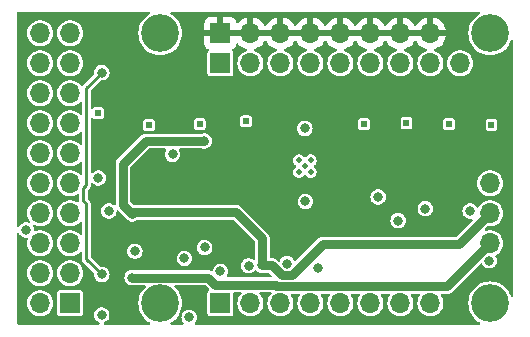
<source format=gbr>
%TF.GenerationSoftware,KiCad,Pcbnew,8.0.7*%
%TF.CreationDate,2024-12-23T17:36:37-05:00*%
%TF.ProjectId,tac5212_audio_board_single_ended,74616335-3231-4325-9f61-7564696f5f62,rev?*%
%TF.SameCoordinates,Original*%
%TF.FileFunction,Copper,L3,Inr*%
%TF.FilePolarity,Positive*%
%FSLAX46Y46*%
G04 Gerber Fmt 4.6, Leading zero omitted, Abs format (unit mm)*
G04 Created by KiCad (PCBNEW 8.0.7) date 2024-12-23 17:36:37*
%MOMM*%
%LPD*%
G01*
G04 APERTURE LIST*
%TA.AperFunction,ComponentPad*%
%ADD10C,0.500000*%
%TD*%
%TA.AperFunction,ComponentPad*%
%ADD11R,1.700000X1.700000*%
%TD*%
%TA.AperFunction,ComponentPad*%
%ADD12O,1.700000X1.700000*%
%TD*%
%TA.AperFunction,ComponentPad*%
%ADD13C,3.200000*%
%TD*%
%TA.AperFunction,ComponentPad*%
%ADD14R,0.500000X0.500000*%
%TD*%
%TA.AperFunction,ViaPad*%
%ADD15C,0.800000*%
%TD*%
%TA.AperFunction,Conductor*%
%ADD16C,0.750000*%
%TD*%
%TA.AperFunction,Conductor*%
%ADD17C,0.250000*%
%TD*%
G04 APERTURE END LIST*
D10*
%TO.N,Earth*%
%TO.C,G109*%
X99200000Y-117200000D03*
%TD*%
%TO.N,Earth*%
%TO.C,G111*%
X92300000Y-118400000D03*
%TD*%
%TO.N,Earth*%
%TO.C,G113*%
X102600000Y-118400000D03*
%TD*%
%TO.N,Earth*%
%TO.C,G115*%
X103200000Y-119300000D03*
%TD*%
%TO.N,Earth*%
%TO.C,G114*%
X123500000Y-113700000D03*
%TD*%
%TO.N,Earth*%
%TO.C,G116*%
X125900000Y-110200000D03*
%TD*%
%TO.N,Earth*%
%TO.C,G108*%
X115800000Y-114500000D03*
%TD*%
%TO.N,Earth*%
%TO.C,G112*%
X118400000Y-114000000D03*
%TD*%
%TO.N,Earth*%
%TO.C,G110*%
X117100000Y-114000000D03*
%TD*%
D11*
%TO.N,EN_HELD_HIGH*%
%TO.C,board_outline108*%
X89337500Y-122600000D03*
D12*
%TO.N,unconnected-(board_outline108-HELD_LOW-Pad2)*%
X86797500Y-122600000D03*
%TO.N,Net-(5V108-B)*%
X89337500Y-120060000D03*
%TO.N,GNDD*%
X86797500Y-120060000D03*
%TO.N,unconnected-(board_outline108-12V-Pad5)*%
X89337500Y-117520000D03*
%TO.N,GNDD*%
X86797500Y-117520000D03*
%TO.N,5212_DOUT1+*%
X89337500Y-114980000D03*
%TO.N,GNDD*%
X86797500Y-114980000D03*
%TO.N,5212_DIN1*%
X89337500Y-112440000D03*
%TO.N,GNDD*%
X86797500Y-112440000D03*
%TO.N,5212_BCLK1*%
X89337500Y-109900000D03*
%TO.N,GNDD*%
X86797500Y-109900000D03*
%TO.N,5212_LRCK1*%
X89337500Y-107360000D03*
%TO.N,GNDD*%
X86797500Y-107360000D03*
%TO.N,DSP_SDA*%
X89337500Y-104820000D03*
%TO.N,GNDD*%
X86797500Y-104820000D03*
%TO.N,DSP_SCL*%
X89337500Y-102280000D03*
%TO.N,GNDD*%
X86797500Y-102280000D03*
%TO.N,5212_MCLK1*%
X89337500Y-99740000D03*
%TO.N,GNDD*%
X86797500Y-99740000D03*
D11*
%TO.N,OUT1P+*%
X102047500Y-102285000D03*
%TO.N,Earth*%
X102047500Y-99745000D03*
D12*
%TO.N,OUT1M+*%
X104587500Y-102285000D03*
%TO.N,Earth*%
X104587500Y-99745000D03*
%TO.N,OUT2P+*%
X107127500Y-102285000D03*
%TO.N,Earth*%
X107127500Y-99745000D03*
%TO.N,OUT2M+*%
X109667500Y-102285000D03*
%TO.N,Earth*%
X109667500Y-99745000D03*
%TO.N,IN1P+*%
X112207500Y-102285000D03*
%TO.N,Earth*%
X112207500Y-99745000D03*
%TO.N,IN1M+*%
X114747500Y-102285000D03*
%TO.N,Earth*%
X114747500Y-99745000D03*
%TO.N,IN2P+*%
X117287500Y-102285000D03*
%TO.N,Earth*%
X117287500Y-99745000D03*
%TO.N,IN2M+*%
X119827500Y-102285000D03*
%TO.N,Earth*%
X119827500Y-99745000D03*
D11*
%TO.N,5212_SCL*%
X102047500Y-122605000D03*
D12*
%TO.N,5212_SDA*%
X104587500Y-122605000D03*
%TO.N,GNDD*%
X107127500Y-122605000D03*
%TO.N,GPIO1*%
X109667500Y-122605000D03*
%TO.N,GPIO2*%
X112207500Y-122605000D03*
%TO.N,GPO1*%
X114747500Y-122605000D03*
%TO.N,GPI1*%
X117287500Y-122605000D03*
%TO.N,GNDD*%
X119827500Y-122605000D03*
%TO.N,5V*%
X124892500Y-117525000D03*
%TO.N,3.3V_LDO*%
X124892500Y-114985000D03*
%TO.N,GNDD*%
X124892500Y-112445000D03*
%TO.N,MICBIAS*%
X122352500Y-102285000D03*
D13*
%TO.N,Net-(E108-B)*%
X96952500Y-99745000D03*
%TO.N,Net-(E109-B)*%
X124892500Y-99745000D03*
%TO.N,Net-(G117-A)*%
X96952500Y-122605000D03*
%TO.N,Net-(G118-A)*%
X124892500Y-122605000D03*
%TD*%
D10*
%TO.N,GNDD*%
%TO.C,TAC5212*%
X108705025Y-111494975D03*
X108705025Y-110505025D03*
X109200000Y-111000000D03*
X109694975Y-111494975D03*
X109694975Y-110505025D03*
%TD*%
D14*
%TO.N,OUT2P*%
%TO.C,OP2*%
X100300000Y-107425000D03*
%TD*%
%TO.N,IN2P*%
%TO.C,INP2*%
X121400000Y-107435000D03*
%TD*%
%TO.N,IN2M*%
%TO.C,INM2*%
X125000000Y-107482500D03*
%TD*%
%TO.N,OUT2M*%
%TO.C,OM2*%
X104200000Y-107200000D03*
%TD*%
%TO.N,OUT1P*%
%TO.C,OP1*%
X96000000Y-107500000D03*
%TD*%
%TO.N,IN1M*%
%TO.C,INM1*%
X117800000Y-107362500D03*
%TD*%
%TO.N,OUT1M*%
%TO.C,OM1*%
X91700000Y-106500000D03*
%TD*%
%TO.N,IN1P*%
%TO.C,INP1*%
X114200000Y-107425000D03*
%TD*%
D15*
%TO.N,Earth*%
X126400000Y-113600000D03*
X94400000Y-98400000D03*
%TO.N,GNDD*%
X94800000Y-118200000D03*
X124800000Y-119000000D03*
X98000000Y-110000000D03*
%TO.N,Earth*%
X94600000Y-105800000D03*
X124064601Y-102335399D03*
X111200000Y-104200000D03*
X108200000Y-105200000D03*
X94400000Y-101000000D03*
X96200000Y-103200000D03*
%TO.N,GNDD*%
X119400000Y-114600000D03*
X92600000Y-114800000D03*
X109250000Y-113985355D03*
X92000000Y-123600000D03*
X123200000Y-114800000D03*
X115400000Y-113600000D03*
X99400000Y-123800000D03*
X91719599Y-111998440D03*
X109200000Y-107800000D03*
X107711709Y-119246986D03*
X99000000Y-118800000D03*
X100718700Y-117875000D03*
%TO.N,5V*%
X94569964Y-120430000D03*
%TO.N,Earth*%
X103224739Y-107762663D03*
X112825000Y-110225000D03*
%TO.N,EN_HELD_HIGH*%
X117100000Y-115600000D03*
%TO.N,5212_SCL*%
X102047500Y-119900002D03*
%TO.N,5212_SDA*%
X92004802Y-120161926D03*
X92007954Y-103082209D03*
%TO.N,3.3V_LDO*%
X100675000Y-108873986D03*
X94600000Y-115050000D03*
X105600000Y-119400000D03*
%TO.N,GPI1*%
X85600000Y-116400000D03*
%TO.N,Net-(PU_EN108-Pad1)*%
X110338844Y-119622742D03*
X104430004Y-119430004D03*
%TD*%
D16*
%TO.N,5V*%
X121237500Y-121180000D02*
X106851651Y-121180000D01*
X101027931Y-120430000D02*
X94569964Y-120430000D01*
X101622931Y-121025000D02*
X101027931Y-120430000D01*
X124892500Y-117525000D02*
X121237500Y-121180000D01*
X106851651Y-121180000D02*
X106696652Y-121025000D01*
X106696652Y-121025000D02*
X101622931Y-121025000D01*
D17*
%TO.N,5212_SDA*%
X90450000Y-112878984D02*
X90450001Y-113907394D01*
X90700000Y-118857124D02*
X92004802Y-120161926D01*
X90700000Y-112628984D02*
X90450000Y-112878984D01*
X90450001Y-113907394D02*
X90700000Y-114157393D01*
X90700000Y-104390163D02*
X90700000Y-112628984D01*
X90700000Y-114157393D02*
X90700000Y-118857124D01*
X92007954Y-103082209D02*
X90700000Y-104390163D01*
D16*
%TO.N,3.3V_LDO*%
X122277500Y-117600000D02*
X110741258Y-117600000D01*
X110741258Y-117600000D02*
X108111258Y-120230000D01*
X106415154Y-119400000D02*
X105600000Y-119400000D01*
X105600000Y-117100000D02*
X105600000Y-119400000D01*
X93800000Y-114250000D02*
X93800000Y-110800000D01*
X93800000Y-110800000D02*
X95726014Y-108873986D01*
X94600000Y-115050000D02*
X94750000Y-114900000D01*
X94600000Y-115050000D02*
X93800000Y-114250000D01*
X95726014Y-108873986D02*
X100675000Y-108873986D01*
X94750000Y-114900000D02*
X103400000Y-114900000D01*
X108111258Y-120230000D02*
X107245154Y-120230000D01*
X107245154Y-120230000D02*
X106415154Y-119400000D01*
X124892500Y-114985000D02*
X122277500Y-117600000D01*
X103400000Y-114900000D02*
X105600000Y-117100000D01*
%TD*%
%TA.AperFunction,Conductor*%
%TO.N,Earth*%
G36*
X104121575Y-99552007D02*
G01*
X104087500Y-99679174D01*
X104087500Y-99810826D01*
X104121575Y-99937993D01*
X104154488Y-99995000D01*
X102480512Y-99995000D01*
X102513425Y-99937993D01*
X102547500Y-99810826D01*
X102547500Y-99679174D01*
X102513425Y-99552007D01*
X102480512Y-99495000D01*
X104154488Y-99495000D01*
X104121575Y-99552007D01*
G37*
%TD.AperFunction*%
%TA.AperFunction,Conductor*%
G36*
X106661575Y-99552007D02*
G01*
X106627500Y-99679174D01*
X106627500Y-99810826D01*
X106661575Y-99937993D01*
X106694488Y-99995000D01*
X105020512Y-99995000D01*
X105053425Y-99937993D01*
X105087500Y-99810826D01*
X105087500Y-99679174D01*
X105053425Y-99552007D01*
X105020512Y-99495000D01*
X106694488Y-99495000D01*
X106661575Y-99552007D01*
G37*
%TD.AperFunction*%
%TA.AperFunction,Conductor*%
G36*
X109201575Y-99552007D02*
G01*
X109167500Y-99679174D01*
X109167500Y-99810826D01*
X109201575Y-99937993D01*
X109234488Y-99995000D01*
X107560512Y-99995000D01*
X107593425Y-99937993D01*
X107627500Y-99810826D01*
X107627500Y-99679174D01*
X107593425Y-99552007D01*
X107560512Y-99495000D01*
X109234488Y-99495000D01*
X109201575Y-99552007D01*
G37*
%TD.AperFunction*%
%TA.AperFunction,Conductor*%
G36*
X111741575Y-99552007D02*
G01*
X111707500Y-99679174D01*
X111707500Y-99810826D01*
X111741575Y-99937993D01*
X111774488Y-99995000D01*
X110100512Y-99995000D01*
X110133425Y-99937993D01*
X110167500Y-99810826D01*
X110167500Y-99679174D01*
X110133425Y-99552007D01*
X110100512Y-99495000D01*
X111774488Y-99495000D01*
X111741575Y-99552007D01*
G37*
%TD.AperFunction*%
%TA.AperFunction,Conductor*%
G36*
X114281575Y-99552007D02*
G01*
X114247500Y-99679174D01*
X114247500Y-99810826D01*
X114281575Y-99937993D01*
X114314488Y-99995000D01*
X112640512Y-99995000D01*
X112673425Y-99937993D01*
X112707500Y-99810826D01*
X112707500Y-99679174D01*
X112673425Y-99552007D01*
X112640512Y-99495000D01*
X114314488Y-99495000D01*
X114281575Y-99552007D01*
G37*
%TD.AperFunction*%
%TA.AperFunction,Conductor*%
G36*
X116821575Y-99552007D02*
G01*
X116787500Y-99679174D01*
X116787500Y-99810826D01*
X116821575Y-99937993D01*
X116854488Y-99995000D01*
X115180512Y-99995000D01*
X115213425Y-99937993D01*
X115247500Y-99810826D01*
X115247500Y-99679174D01*
X115213425Y-99552007D01*
X115180512Y-99495000D01*
X116854488Y-99495000D01*
X116821575Y-99552007D01*
G37*
%TD.AperFunction*%
%TA.AperFunction,Conductor*%
G36*
X119361575Y-99552007D02*
G01*
X119327500Y-99679174D01*
X119327500Y-99810826D01*
X119361575Y-99937993D01*
X119394488Y-99995000D01*
X117720512Y-99995000D01*
X117753425Y-99937993D01*
X117787500Y-99810826D01*
X117787500Y-99679174D01*
X117753425Y-99552007D01*
X117720512Y-99495000D01*
X119394488Y-99495000D01*
X119361575Y-99552007D01*
G37*
%TD.AperFunction*%
%TA.AperFunction,Conductor*%
G36*
X96058017Y-97963907D02*
G01*
X96093981Y-98013407D01*
X96093981Y-98074593D01*
X96058017Y-98124093D01*
X96047272Y-98130890D01*
X95949488Y-98184283D01*
X95737590Y-98342908D01*
X95550408Y-98530090D01*
X95391783Y-98741988D01*
X95264927Y-98974307D01*
X95264926Y-98974309D01*
X95172424Y-99222317D01*
X95116156Y-99480979D01*
X95097273Y-99745000D01*
X95116156Y-100009020D01*
X95116156Y-100009023D01*
X95116157Y-100009026D01*
X95144486Y-100139252D01*
X95172424Y-100267682D01*
X95264926Y-100515690D01*
X95264927Y-100515692D01*
X95391784Y-100748011D01*
X95391783Y-100748011D01*
X95550408Y-100959909D01*
X95550410Y-100959911D01*
X95550413Y-100959915D01*
X95737585Y-101147087D01*
X95737588Y-101147089D01*
X95737590Y-101147091D01*
X95949488Y-101305716D01*
X96181807Y-101432572D01*
X96181811Y-101432574D01*
X96429817Y-101525075D01*
X96429822Y-101525077D01*
X96688474Y-101581343D01*
X96952500Y-101600227D01*
X97216526Y-101581343D01*
X97475178Y-101525077D01*
X97723189Y-101432574D01*
X97955511Y-101305716D01*
X98167415Y-101147087D01*
X98354587Y-100959915D01*
X98513216Y-100748011D01*
X98570653Y-100642824D01*
X100697499Y-100642824D01*
X100703901Y-100702370D01*
X100703903Y-100702381D01*
X100754146Y-100837088D01*
X100754147Y-100837090D01*
X100840307Y-100952184D01*
X100840315Y-100952192D01*
X100955409Y-101038352D01*
X100955411Y-101038353D01*
X101021128Y-101062864D01*
X101069043Y-101100914D01*
X101085441Y-101159861D01*
X101064060Y-101217189D01*
X101041534Y-101237937D01*
X101016902Y-101254395D01*
X101016897Y-101254400D01*
X100961535Y-101337257D01*
X100961533Y-101337263D01*
X100947001Y-101410315D01*
X100947000Y-101410327D01*
X100947000Y-103159672D01*
X100947001Y-103159684D01*
X100961533Y-103232736D01*
X100961535Y-103232742D01*
X101016897Y-103315599D01*
X101016899Y-103315601D01*
X101099760Y-103370966D01*
X101147690Y-103380500D01*
X101172815Y-103385498D01*
X101172820Y-103385498D01*
X101172826Y-103385500D01*
X101172827Y-103385500D01*
X102922173Y-103385500D01*
X102922174Y-103385500D01*
X102995240Y-103370966D01*
X103078101Y-103315601D01*
X103133466Y-103232740D01*
X103148000Y-103159674D01*
X103148000Y-101410326D01*
X103133466Y-101337260D01*
X103078101Y-101254399D01*
X103078099Y-101254397D01*
X103053466Y-101237938D01*
X103015586Y-101189888D01*
X103013184Y-101128750D01*
X103047176Y-101077876D01*
X103073871Y-101062863D01*
X103139592Y-101038351D01*
X103254684Y-100952192D01*
X103254692Y-100952184D01*
X103340852Y-100837090D01*
X103340853Y-100837088D01*
X103391096Y-100702381D01*
X103391098Y-100702370D01*
X103392722Y-100687269D01*
X103417741Y-100631432D01*
X103470801Y-100600965D01*
X103531636Y-100607504D01*
X103561159Y-100627846D01*
X103716426Y-100783113D01*
X103909922Y-100918600D01*
X104124009Y-101018430D01*
X104237018Y-101048711D01*
X104288332Y-101082035D01*
X104310259Y-101139156D01*
X104294424Y-101198257D01*
X104247157Y-101236653D01*
X104094863Y-101295652D01*
X104027664Y-101337260D01*
X103921459Y-101403019D01*
X103770737Y-101540420D01*
X103647828Y-101703177D01*
X103647823Y-101703186D01*
X103556919Y-101885747D01*
X103556918Y-101885750D01*
X103501103Y-102081917D01*
X103482285Y-102285000D01*
X103501103Y-102488083D01*
X103556918Y-102684250D01*
X103647827Y-102866821D01*
X103770736Y-103029579D01*
X103921459Y-103166981D01*
X104094863Y-103274348D01*
X104285044Y-103348024D01*
X104485524Y-103385500D01*
X104689476Y-103385500D01*
X104889956Y-103348024D01*
X105080137Y-103274348D01*
X105253541Y-103166981D01*
X105404264Y-103029579D01*
X105527173Y-102866821D01*
X105618082Y-102684250D01*
X105673897Y-102488083D01*
X105692715Y-102285000D01*
X105673897Y-102081917D01*
X105618082Y-101885750D01*
X105527173Y-101703179D01*
X105404264Y-101540421D01*
X105253541Y-101403019D01*
X105080137Y-101295652D01*
X104927840Y-101236652D01*
X104880410Y-101198001D01*
X104864756Y-101138852D01*
X104886859Y-101081799D01*
X104937981Y-101048711D01*
X105050990Y-101018430D01*
X105265077Y-100918600D01*
X105458573Y-100783113D01*
X105625613Y-100616073D01*
X105761101Y-100422576D01*
X105761102Y-100422574D01*
X105767775Y-100408265D01*
X105809503Y-100363516D01*
X105869564Y-100351841D01*
X105925017Y-100377698D01*
X105947225Y-100408265D01*
X105953897Y-100422574D01*
X105953898Y-100422576D01*
X106089386Y-100616073D01*
X106256426Y-100783113D01*
X106449922Y-100918600D01*
X106664009Y-101018430D01*
X106777018Y-101048711D01*
X106828332Y-101082035D01*
X106850259Y-101139156D01*
X106834424Y-101198257D01*
X106787157Y-101236653D01*
X106634863Y-101295652D01*
X106567664Y-101337260D01*
X106461459Y-101403019D01*
X106310737Y-101540420D01*
X106187828Y-101703177D01*
X106187823Y-101703186D01*
X106096919Y-101885747D01*
X106096918Y-101885750D01*
X106041103Y-102081917D01*
X106022285Y-102285000D01*
X106041103Y-102488083D01*
X106096918Y-102684250D01*
X106187827Y-102866821D01*
X106310736Y-103029579D01*
X106461459Y-103166981D01*
X106634863Y-103274348D01*
X106825044Y-103348024D01*
X107025524Y-103385500D01*
X107229476Y-103385500D01*
X107429956Y-103348024D01*
X107620137Y-103274348D01*
X107793541Y-103166981D01*
X107944264Y-103029579D01*
X108067173Y-102866821D01*
X108158082Y-102684250D01*
X108213897Y-102488083D01*
X108232715Y-102285000D01*
X108213897Y-102081917D01*
X108158082Y-101885750D01*
X108067173Y-101703179D01*
X107944264Y-101540421D01*
X107793541Y-101403019D01*
X107620137Y-101295652D01*
X107467840Y-101236652D01*
X107420410Y-101198001D01*
X107404756Y-101138852D01*
X107426859Y-101081799D01*
X107477981Y-101048711D01*
X107590990Y-101018430D01*
X107805077Y-100918600D01*
X107998573Y-100783113D01*
X108165613Y-100616073D01*
X108301101Y-100422576D01*
X108301102Y-100422574D01*
X108307775Y-100408265D01*
X108349503Y-100363516D01*
X108409564Y-100351841D01*
X108465017Y-100377698D01*
X108487225Y-100408265D01*
X108493897Y-100422574D01*
X108493898Y-100422576D01*
X108629386Y-100616073D01*
X108796426Y-100783113D01*
X108989922Y-100918600D01*
X109204009Y-101018430D01*
X109317018Y-101048711D01*
X109368332Y-101082035D01*
X109390259Y-101139156D01*
X109374424Y-101198257D01*
X109327157Y-101236653D01*
X109174863Y-101295652D01*
X109107664Y-101337260D01*
X109001459Y-101403019D01*
X108850737Y-101540420D01*
X108727828Y-101703177D01*
X108727823Y-101703186D01*
X108636919Y-101885747D01*
X108636918Y-101885750D01*
X108581103Y-102081917D01*
X108562285Y-102285000D01*
X108581103Y-102488083D01*
X108636918Y-102684250D01*
X108727827Y-102866821D01*
X108850736Y-103029579D01*
X109001459Y-103166981D01*
X109174863Y-103274348D01*
X109365044Y-103348024D01*
X109565524Y-103385500D01*
X109769476Y-103385500D01*
X109969956Y-103348024D01*
X110160137Y-103274348D01*
X110333541Y-103166981D01*
X110484264Y-103029579D01*
X110607173Y-102866821D01*
X110698082Y-102684250D01*
X110753897Y-102488083D01*
X110772715Y-102285000D01*
X110753897Y-102081917D01*
X110698082Y-101885750D01*
X110607173Y-101703179D01*
X110484264Y-101540421D01*
X110333541Y-101403019D01*
X110160137Y-101295652D01*
X110007840Y-101236652D01*
X109960410Y-101198001D01*
X109944756Y-101138852D01*
X109966859Y-101081799D01*
X110017981Y-101048711D01*
X110130990Y-101018430D01*
X110345077Y-100918600D01*
X110538573Y-100783113D01*
X110705613Y-100616073D01*
X110841101Y-100422576D01*
X110841102Y-100422574D01*
X110847775Y-100408265D01*
X110889503Y-100363516D01*
X110949564Y-100351841D01*
X111005017Y-100377698D01*
X111027225Y-100408265D01*
X111033897Y-100422574D01*
X111033898Y-100422576D01*
X111169386Y-100616073D01*
X111336426Y-100783113D01*
X111529922Y-100918600D01*
X111744009Y-101018430D01*
X111857018Y-101048711D01*
X111908332Y-101082035D01*
X111930259Y-101139156D01*
X111914424Y-101198257D01*
X111867157Y-101236653D01*
X111714863Y-101295652D01*
X111647664Y-101337260D01*
X111541459Y-101403019D01*
X111390737Y-101540420D01*
X111267828Y-101703177D01*
X111267823Y-101703186D01*
X111176919Y-101885747D01*
X111176918Y-101885750D01*
X111121103Y-102081917D01*
X111102285Y-102285000D01*
X111121103Y-102488083D01*
X111176918Y-102684250D01*
X111267827Y-102866821D01*
X111390736Y-103029579D01*
X111541459Y-103166981D01*
X111714863Y-103274348D01*
X111905044Y-103348024D01*
X112105524Y-103385500D01*
X112309476Y-103385500D01*
X112509956Y-103348024D01*
X112700137Y-103274348D01*
X112873541Y-103166981D01*
X113024264Y-103029579D01*
X113147173Y-102866821D01*
X113238082Y-102684250D01*
X113293897Y-102488083D01*
X113312715Y-102285000D01*
X113293897Y-102081917D01*
X113238082Y-101885750D01*
X113147173Y-101703179D01*
X113024264Y-101540421D01*
X112873541Y-101403019D01*
X112700137Y-101295652D01*
X112547840Y-101236652D01*
X112500410Y-101198001D01*
X112484756Y-101138852D01*
X112506859Y-101081799D01*
X112557981Y-101048711D01*
X112670990Y-101018430D01*
X112885077Y-100918600D01*
X113078573Y-100783113D01*
X113245613Y-100616073D01*
X113381101Y-100422576D01*
X113381102Y-100422574D01*
X113387775Y-100408265D01*
X113429503Y-100363516D01*
X113489564Y-100351841D01*
X113545017Y-100377698D01*
X113567225Y-100408265D01*
X113573897Y-100422574D01*
X113573898Y-100422576D01*
X113709386Y-100616073D01*
X113876426Y-100783113D01*
X114069922Y-100918600D01*
X114284009Y-101018430D01*
X114397018Y-101048711D01*
X114448332Y-101082035D01*
X114470259Y-101139156D01*
X114454424Y-101198257D01*
X114407157Y-101236653D01*
X114254863Y-101295652D01*
X114187664Y-101337260D01*
X114081459Y-101403019D01*
X113930737Y-101540420D01*
X113807828Y-101703177D01*
X113807823Y-101703186D01*
X113716919Y-101885747D01*
X113716918Y-101885750D01*
X113661103Y-102081917D01*
X113642285Y-102285000D01*
X113661103Y-102488083D01*
X113716918Y-102684250D01*
X113807827Y-102866821D01*
X113930736Y-103029579D01*
X114081459Y-103166981D01*
X114254863Y-103274348D01*
X114445044Y-103348024D01*
X114645524Y-103385500D01*
X114849476Y-103385500D01*
X115049956Y-103348024D01*
X115240137Y-103274348D01*
X115413541Y-103166981D01*
X115564264Y-103029579D01*
X115687173Y-102866821D01*
X115778082Y-102684250D01*
X115833897Y-102488083D01*
X115852715Y-102285000D01*
X115833897Y-102081917D01*
X115778082Y-101885750D01*
X115687173Y-101703179D01*
X115564264Y-101540421D01*
X115413541Y-101403019D01*
X115240137Y-101295652D01*
X115087840Y-101236652D01*
X115040410Y-101198001D01*
X115024756Y-101138852D01*
X115046859Y-101081799D01*
X115097981Y-101048711D01*
X115210990Y-101018430D01*
X115425077Y-100918600D01*
X115618573Y-100783113D01*
X115785613Y-100616073D01*
X115921101Y-100422576D01*
X115921102Y-100422574D01*
X115927775Y-100408265D01*
X115969503Y-100363516D01*
X116029564Y-100351841D01*
X116085017Y-100377698D01*
X116107225Y-100408265D01*
X116113897Y-100422574D01*
X116113898Y-100422576D01*
X116249386Y-100616073D01*
X116416426Y-100783113D01*
X116609922Y-100918600D01*
X116824009Y-101018430D01*
X116937018Y-101048711D01*
X116988332Y-101082035D01*
X117010259Y-101139156D01*
X116994424Y-101198257D01*
X116947157Y-101236653D01*
X116794863Y-101295652D01*
X116727664Y-101337260D01*
X116621459Y-101403019D01*
X116470737Y-101540420D01*
X116347828Y-101703177D01*
X116347823Y-101703186D01*
X116256919Y-101885747D01*
X116256918Y-101885750D01*
X116201103Y-102081917D01*
X116182285Y-102285000D01*
X116201103Y-102488083D01*
X116256918Y-102684250D01*
X116347827Y-102866821D01*
X116470736Y-103029579D01*
X116621459Y-103166981D01*
X116794863Y-103274348D01*
X116985044Y-103348024D01*
X117185524Y-103385500D01*
X117389476Y-103385500D01*
X117589956Y-103348024D01*
X117780137Y-103274348D01*
X117953541Y-103166981D01*
X118104264Y-103029579D01*
X118227173Y-102866821D01*
X118318082Y-102684250D01*
X118373897Y-102488083D01*
X118392715Y-102285000D01*
X118373897Y-102081917D01*
X118318082Y-101885750D01*
X118227173Y-101703179D01*
X118104264Y-101540421D01*
X117953541Y-101403019D01*
X117780137Y-101295652D01*
X117627840Y-101236652D01*
X117580410Y-101198001D01*
X117564756Y-101138852D01*
X117586859Y-101081799D01*
X117637981Y-101048711D01*
X117750990Y-101018430D01*
X117965077Y-100918600D01*
X118158573Y-100783113D01*
X118325613Y-100616073D01*
X118461101Y-100422576D01*
X118461102Y-100422574D01*
X118467775Y-100408265D01*
X118509503Y-100363516D01*
X118569564Y-100351841D01*
X118625017Y-100377698D01*
X118647225Y-100408265D01*
X118653897Y-100422574D01*
X118653898Y-100422576D01*
X118789386Y-100616073D01*
X118956426Y-100783113D01*
X119149922Y-100918600D01*
X119364009Y-101018430D01*
X119477018Y-101048711D01*
X119528332Y-101082035D01*
X119550259Y-101139156D01*
X119534424Y-101198257D01*
X119487157Y-101236653D01*
X119334863Y-101295652D01*
X119267664Y-101337260D01*
X119161459Y-101403019D01*
X119010737Y-101540420D01*
X118887828Y-101703177D01*
X118887823Y-101703186D01*
X118796919Y-101885747D01*
X118796918Y-101885750D01*
X118741103Y-102081917D01*
X118722285Y-102285000D01*
X118741103Y-102488083D01*
X118796918Y-102684250D01*
X118887827Y-102866821D01*
X119010736Y-103029579D01*
X119161459Y-103166981D01*
X119334863Y-103274348D01*
X119525044Y-103348024D01*
X119725524Y-103385500D01*
X119929476Y-103385500D01*
X120129956Y-103348024D01*
X120320137Y-103274348D01*
X120493541Y-103166981D01*
X120644264Y-103029579D01*
X120767173Y-102866821D01*
X120858082Y-102684250D01*
X120913897Y-102488083D01*
X120932715Y-102285000D01*
X121247285Y-102285000D01*
X121266103Y-102488083D01*
X121321918Y-102684250D01*
X121412827Y-102866821D01*
X121535736Y-103029579D01*
X121686459Y-103166981D01*
X121859863Y-103274348D01*
X122050044Y-103348024D01*
X122250524Y-103385500D01*
X122454476Y-103385500D01*
X122654956Y-103348024D01*
X122845137Y-103274348D01*
X123018541Y-103166981D01*
X123169264Y-103029579D01*
X123292173Y-102866821D01*
X123383082Y-102684250D01*
X123438897Y-102488083D01*
X123457715Y-102285000D01*
X123438897Y-102081917D01*
X123383082Y-101885750D01*
X123292173Y-101703179D01*
X123169264Y-101540421D01*
X123018541Y-101403019D01*
X122845137Y-101295652D01*
X122654956Y-101221976D01*
X122654955Y-101221975D01*
X122654953Y-101221975D01*
X122454476Y-101184500D01*
X122250524Y-101184500D01*
X122050046Y-101221975D01*
X122008841Y-101237938D01*
X121859863Y-101295652D01*
X121792664Y-101337260D01*
X121686459Y-101403019D01*
X121535737Y-101540420D01*
X121412828Y-101703177D01*
X121412823Y-101703186D01*
X121321919Y-101885747D01*
X121321918Y-101885750D01*
X121266103Y-102081917D01*
X121247285Y-102285000D01*
X120932715Y-102285000D01*
X120913897Y-102081917D01*
X120858082Y-101885750D01*
X120767173Y-101703179D01*
X120644264Y-101540421D01*
X120493541Y-101403019D01*
X120320137Y-101295652D01*
X120167840Y-101236652D01*
X120120410Y-101198001D01*
X120104756Y-101138852D01*
X120126859Y-101081799D01*
X120177981Y-101048711D01*
X120290990Y-101018430D01*
X120505077Y-100918600D01*
X120698573Y-100783113D01*
X120865613Y-100616073D01*
X121001100Y-100422577D01*
X121100930Y-100208489D01*
X121158136Y-99995000D01*
X120260512Y-99995000D01*
X120293425Y-99937993D01*
X120327500Y-99810826D01*
X120327500Y-99679174D01*
X120293425Y-99552007D01*
X120260512Y-99495000D01*
X121158136Y-99495000D01*
X121100929Y-99281505D01*
X121001105Y-99067432D01*
X121001101Y-99067424D01*
X120865613Y-98873926D01*
X120698573Y-98706886D01*
X120505077Y-98571399D01*
X120290989Y-98471569D01*
X120077500Y-98414364D01*
X120077500Y-99311988D01*
X120020493Y-99279075D01*
X119893326Y-99245000D01*
X119761674Y-99245000D01*
X119634507Y-99279075D01*
X119577500Y-99311988D01*
X119577500Y-98414364D01*
X119364005Y-98471570D01*
X119149932Y-98571394D01*
X119149924Y-98571398D01*
X118956426Y-98706886D01*
X118789386Y-98873926D01*
X118653898Y-99067424D01*
X118653896Y-99067428D01*
X118647224Y-99081737D01*
X118605495Y-99126485D01*
X118545434Y-99138159D01*
X118489981Y-99112300D01*
X118467776Y-99081737D01*
X118461103Y-99067428D01*
X118461101Y-99067424D01*
X118325613Y-98873926D01*
X118158573Y-98706886D01*
X117965077Y-98571399D01*
X117750989Y-98471569D01*
X117537500Y-98414364D01*
X117537500Y-99311988D01*
X117480493Y-99279075D01*
X117353326Y-99245000D01*
X117221674Y-99245000D01*
X117094507Y-99279075D01*
X117037500Y-99311988D01*
X117037500Y-98414364D01*
X116824005Y-98471570D01*
X116609932Y-98571394D01*
X116609924Y-98571398D01*
X116416426Y-98706886D01*
X116249386Y-98873926D01*
X116113898Y-99067424D01*
X116113896Y-99067428D01*
X116107224Y-99081737D01*
X116065495Y-99126485D01*
X116005434Y-99138159D01*
X115949981Y-99112300D01*
X115927776Y-99081737D01*
X115921103Y-99067428D01*
X115921101Y-99067424D01*
X115785613Y-98873926D01*
X115618573Y-98706886D01*
X115425077Y-98571399D01*
X115210989Y-98471569D01*
X114997500Y-98414364D01*
X114997500Y-99311988D01*
X114940493Y-99279075D01*
X114813326Y-99245000D01*
X114681674Y-99245000D01*
X114554507Y-99279075D01*
X114497500Y-99311988D01*
X114497500Y-98414364D01*
X114284005Y-98471570D01*
X114069932Y-98571394D01*
X114069924Y-98571398D01*
X113876426Y-98706886D01*
X113709386Y-98873926D01*
X113573898Y-99067424D01*
X113573896Y-99067428D01*
X113567224Y-99081737D01*
X113525495Y-99126485D01*
X113465434Y-99138159D01*
X113409981Y-99112300D01*
X113387776Y-99081737D01*
X113381103Y-99067428D01*
X113381101Y-99067424D01*
X113245613Y-98873926D01*
X113078573Y-98706886D01*
X112885077Y-98571399D01*
X112670989Y-98471569D01*
X112457500Y-98414364D01*
X112457500Y-99311988D01*
X112400493Y-99279075D01*
X112273326Y-99245000D01*
X112141674Y-99245000D01*
X112014507Y-99279075D01*
X111957500Y-99311988D01*
X111957500Y-98414364D01*
X111744005Y-98471570D01*
X111529932Y-98571394D01*
X111529924Y-98571398D01*
X111336426Y-98706886D01*
X111169386Y-98873926D01*
X111033898Y-99067424D01*
X111033896Y-99067428D01*
X111027224Y-99081737D01*
X110985495Y-99126485D01*
X110925434Y-99138159D01*
X110869981Y-99112300D01*
X110847776Y-99081737D01*
X110841103Y-99067428D01*
X110841101Y-99067424D01*
X110705613Y-98873926D01*
X110538573Y-98706886D01*
X110345077Y-98571399D01*
X110130989Y-98471569D01*
X109917500Y-98414364D01*
X109917500Y-99311988D01*
X109860493Y-99279075D01*
X109733326Y-99245000D01*
X109601674Y-99245000D01*
X109474507Y-99279075D01*
X109417500Y-99311988D01*
X109417500Y-98414364D01*
X109204005Y-98471570D01*
X108989932Y-98571394D01*
X108989924Y-98571398D01*
X108796426Y-98706886D01*
X108629386Y-98873926D01*
X108493898Y-99067424D01*
X108493896Y-99067428D01*
X108487224Y-99081737D01*
X108445495Y-99126485D01*
X108385434Y-99138159D01*
X108329981Y-99112300D01*
X108307776Y-99081737D01*
X108301103Y-99067428D01*
X108301101Y-99067424D01*
X108165613Y-98873926D01*
X107998573Y-98706886D01*
X107805077Y-98571399D01*
X107590989Y-98471569D01*
X107377500Y-98414364D01*
X107377500Y-99311988D01*
X107320493Y-99279075D01*
X107193326Y-99245000D01*
X107061674Y-99245000D01*
X106934507Y-99279075D01*
X106877500Y-99311988D01*
X106877500Y-98414364D01*
X106664005Y-98471570D01*
X106449932Y-98571394D01*
X106449924Y-98571398D01*
X106256426Y-98706886D01*
X106089386Y-98873926D01*
X105953898Y-99067424D01*
X105953896Y-99067428D01*
X105947224Y-99081737D01*
X105905495Y-99126485D01*
X105845434Y-99138159D01*
X105789981Y-99112300D01*
X105767776Y-99081737D01*
X105761103Y-99067428D01*
X105761101Y-99067424D01*
X105625613Y-98873926D01*
X105458573Y-98706886D01*
X105265077Y-98571399D01*
X105050989Y-98471569D01*
X104837500Y-98414364D01*
X104837500Y-99311988D01*
X104780493Y-99279075D01*
X104653326Y-99245000D01*
X104521674Y-99245000D01*
X104394507Y-99279075D01*
X104337500Y-99311988D01*
X104337500Y-98414364D01*
X104124005Y-98471570D01*
X103909932Y-98571394D01*
X103909924Y-98571398D01*
X103716425Y-98706887D01*
X103716421Y-98706890D01*
X103561158Y-98862153D01*
X103506642Y-98889930D01*
X103446210Y-98880359D01*
X103402945Y-98837094D01*
X103392722Y-98802731D01*
X103391098Y-98787629D01*
X103391096Y-98787618D01*
X103340853Y-98652911D01*
X103340852Y-98652909D01*
X103254692Y-98537815D01*
X103254684Y-98537807D01*
X103139590Y-98451647D01*
X103139588Y-98451646D01*
X103004881Y-98401403D01*
X103004870Y-98401401D01*
X102945324Y-98395000D01*
X102297501Y-98395000D01*
X102297500Y-98395001D01*
X102297500Y-99311988D01*
X102240493Y-99279075D01*
X102113326Y-99245000D01*
X101981674Y-99245000D01*
X101854507Y-99279075D01*
X101797500Y-99311988D01*
X101797500Y-98395001D01*
X101797499Y-98395000D01*
X101149676Y-98395000D01*
X101090129Y-98401401D01*
X101090118Y-98401403D01*
X100955411Y-98451646D01*
X100955409Y-98451647D01*
X100840315Y-98537807D01*
X100840307Y-98537815D01*
X100754147Y-98652909D01*
X100754146Y-98652911D01*
X100703903Y-98787618D01*
X100703901Y-98787629D01*
X100697500Y-98847175D01*
X100697500Y-99494999D01*
X100697501Y-99495000D01*
X101614488Y-99495000D01*
X101581575Y-99552007D01*
X101547500Y-99679174D01*
X101547500Y-99810826D01*
X101581575Y-99937993D01*
X101614488Y-99995000D01*
X100697501Y-99995000D01*
X100697500Y-99995001D01*
X100697500Y-100642824D01*
X100697499Y-100642824D01*
X98570653Y-100642824D01*
X98640074Y-100515689D01*
X98732577Y-100267678D01*
X98788843Y-100009026D01*
X98807727Y-99745000D01*
X98788843Y-99480974D01*
X98732577Y-99222322D01*
X98640074Y-98974311D01*
X98513216Y-98741989D01*
X98513215Y-98741988D01*
X98513216Y-98741988D01*
X98354591Y-98530090D01*
X98354589Y-98530088D01*
X98354587Y-98530085D01*
X98167415Y-98342913D01*
X98167411Y-98342910D01*
X98167409Y-98342908D01*
X97955511Y-98184283D01*
X97857728Y-98130890D01*
X97815717Y-98086408D01*
X97807875Y-98025727D01*
X97837198Y-97972026D01*
X97892486Y-97945816D01*
X97905174Y-97945000D01*
X123939826Y-97945000D01*
X123998017Y-97963907D01*
X124033981Y-98013407D01*
X124033981Y-98074593D01*
X123998017Y-98124093D01*
X123987272Y-98130890D01*
X123889488Y-98184283D01*
X123677590Y-98342908D01*
X123490408Y-98530090D01*
X123331783Y-98741988D01*
X123204927Y-98974307D01*
X123204926Y-98974309D01*
X123112424Y-99222317D01*
X123056156Y-99480979D01*
X123037273Y-99745000D01*
X123056156Y-100009020D01*
X123056156Y-100009023D01*
X123056157Y-100009026D01*
X123084486Y-100139252D01*
X123112424Y-100267682D01*
X123204926Y-100515690D01*
X123204927Y-100515692D01*
X123331784Y-100748011D01*
X123331783Y-100748011D01*
X123490408Y-100959909D01*
X123490410Y-100959911D01*
X123490413Y-100959915D01*
X123677585Y-101147087D01*
X123677588Y-101147089D01*
X123677590Y-101147091D01*
X123889488Y-101305716D01*
X124121807Y-101432572D01*
X124121811Y-101432574D01*
X124369817Y-101525075D01*
X124369822Y-101525077D01*
X124628474Y-101581343D01*
X124892500Y-101600227D01*
X125156526Y-101581343D01*
X125415178Y-101525077D01*
X125663189Y-101432574D01*
X125895511Y-101305716D01*
X126107415Y-101147087D01*
X126294587Y-100959915D01*
X126453216Y-100748011D01*
X126580074Y-100515689D01*
X126640742Y-100353030D01*
X126678793Y-100305117D01*
X126737740Y-100288719D01*
X126795067Y-100310101D01*
X126828878Y-100361096D01*
X126832500Y-100387628D01*
X126832500Y-121962371D01*
X126813593Y-122020562D01*
X126764093Y-122056526D01*
X126702907Y-122056526D01*
X126653407Y-122020562D01*
X126640742Y-121996968D01*
X126589811Y-121860417D01*
X126580074Y-121834311D01*
X126557778Y-121793480D01*
X126525470Y-121734312D01*
X126453216Y-121601989D01*
X126453215Y-121601988D01*
X126453216Y-121601988D01*
X126294591Y-121390090D01*
X126294589Y-121390088D01*
X126294587Y-121390085D01*
X126107415Y-121202913D01*
X126107411Y-121202910D01*
X126107409Y-121202908D01*
X125895511Y-121044283D01*
X125663192Y-120917427D01*
X125663190Y-120917426D01*
X125415181Y-120824924D01*
X125415183Y-120824924D01*
X125357459Y-120812367D01*
X125156526Y-120768657D01*
X125156523Y-120768656D01*
X125156520Y-120768656D01*
X124892500Y-120749773D01*
X124628479Y-120768656D01*
X124628474Y-120768656D01*
X124628474Y-120768657D01*
X124499148Y-120796790D01*
X124369817Y-120824924D01*
X124121809Y-120917426D01*
X124121807Y-120917427D01*
X123889488Y-121044283D01*
X123677590Y-121202908D01*
X123490408Y-121390090D01*
X123331783Y-121601988D01*
X123204927Y-121834307D01*
X123204926Y-121834309D01*
X123112424Y-122082317D01*
X123056156Y-122340979D01*
X123037273Y-122605000D01*
X123056156Y-122869020D01*
X123056156Y-122869023D01*
X123056157Y-122869026D01*
X123097857Y-123060717D01*
X123112424Y-123127682D01*
X123204926Y-123375690D01*
X123204927Y-123375692D01*
X123331784Y-123608011D01*
X123331783Y-123608011D01*
X123490408Y-123819909D01*
X123490410Y-123819911D01*
X123490413Y-123819915D01*
X123677585Y-124007087D01*
X123677588Y-124007089D01*
X123677590Y-124007091D01*
X123889488Y-124165716D01*
X123987272Y-124219110D01*
X124029283Y-124263592D01*
X124037125Y-124324273D01*
X124007802Y-124377974D01*
X123952514Y-124404184D01*
X123939826Y-124405000D01*
X99959104Y-124405000D01*
X99900913Y-124386093D01*
X99864949Y-124336593D01*
X99864949Y-124275407D01*
X99887955Y-124240287D01*
X99886514Y-124239010D01*
X99890478Y-124234534D01*
X99890483Y-124234530D01*
X99980220Y-124104523D01*
X100036237Y-123956818D01*
X100055278Y-123800000D01*
X100036237Y-123643182D01*
X99980220Y-123495477D01*
X99897539Y-123375692D01*
X99890484Y-123365471D01*
X99872546Y-123349579D01*
X99772240Y-123260717D01*
X99702302Y-123224010D01*
X99632364Y-123187303D01*
X99478987Y-123149500D01*
X99478985Y-123149500D01*
X99321015Y-123149500D01*
X99321012Y-123149500D01*
X99167635Y-123187303D01*
X99027758Y-123260718D01*
X98909515Y-123365471D01*
X98819780Y-123495476D01*
X98763763Y-123643182D01*
X98763762Y-123643183D01*
X98744722Y-123799998D01*
X98744722Y-123800001D01*
X98763762Y-123956816D01*
X98763763Y-123956818D01*
X98793235Y-124034530D01*
X98819780Y-124104523D01*
X98909517Y-124234530D01*
X98913486Y-124239010D01*
X98911674Y-124240615D01*
X98937566Y-124284647D01*
X98931655Y-124345546D01*
X98891077Y-124391340D01*
X98840896Y-124405000D01*
X97905174Y-124405000D01*
X97846983Y-124386093D01*
X97811019Y-124336593D01*
X97811019Y-124275407D01*
X97846983Y-124225907D01*
X97857728Y-124219110D01*
X97955511Y-124165716D01*
X98130755Y-124034530D01*
X98167415Y-124007087D01*
X98354587Y-123819915D01*
X98513216Y-123608011D01*
X98640074Y-123375689D01*
X98732577Y-123127678D01*
X98788843Y-122869026D01*
X98807727Y-122605000D01*
X98788843Y-122340974D01*
X98732577Y-122082322D01*
X98640074Y-121834311D01*
X98617778Y-121793480D01*
X98585470Y-121734312D01*
X98513216Y-121601989D01*
X98513215Y-121601988D01*
X98513216Y-121601988D01*
X98354591Y-121390090D01*
X98354589Y-121390088D01*
X98354587Y-121390085D01*
X98189003Y-121224501D01*
X98161228Y-121169987D01*
X98170799Y-121109555D01*
X98214064Y-121066290D01*
X98259009Y-121055500D01*
X100727833Y-121055500D01*
X100786024Y-121074407D01*
X100797837Y-121084496D01*
X101093956Y-121380615D01*
X101121733Y-121435132D01*
X101112162Y-121495564D01*
X101078954Y-121532934D01*
X101016901Y-121574396D01*
X101016897Y-121574400D01*
X100961535Y-121657257D01*
X100961533Y-121657263D01*
X100947001Y-121730315D01*
X100947000Y-121730327D01*
X100947000Y-123479672D01*
X100947001Y-123479684D01*
X100961533Y-123552736D01*
X100961535Y-123552742D01*
X101016897Y-123635599D01*
X101016899Y-123635601D01*
X101099760Y-123690966D01*
X101147680Y-123700498D01*
X101172815Y-123705498D01*
X101172820Y-123705498D01*
X101172826Y-123705500D01*
X101172827Y-123705500D01*
X102922173Y-123705500D01*
X102922174Y-123705500D01*
X102995240Y-123690966D01*
X103078101Y-123635601D01*
X103133466Y-123552740D01*
X103148000Y-123479674D01*
X103148000Y-121749500D01*
X103166907Y-121691309D01*
X103216407Y-121655345D01*
X103247000Y-121650500D01*
X103745461Y-121650500D01*
X103803652Y-121669407D01*
X103839616Y-121718907D01*
X103839616Y-121780093D01*
X103812158Y-121822659D01*
X103784582Y-121847799D01*
X103770737Y-121860420D01*
X103647828Y-122023177D01*
X103647823Y-122023186D01*
X103556919Y-122205747D01*
X103556918Y-122205750D01*
X103501103Y-122401917D01*
X103482285Y-122605000D01*
X103501103Y-122808083D01*
X103556918Y-123004250D01*
X103647827Y-123186821D01*
X103770736Y-123349579D01*
X103921459Y-123486981D01*
X104094863Y-123594348D01*
X104285044Y-123668024D01*
X104485524Y-123705500D01*
X104689476Y-123705500D01*
X104889956Y-123668024D01*
X105080137Y-123594348D01*
X105253541Y-123486981D01*
X105404264Y-123349579D01*
X105527173Y-123186821D01*
X105618082Y-123004250D01*
X105673897Y-122808083D01*
X105692715Y-122605000D01*
X105673897Y-122401917D01*
X105618082Y-122205750D01*
X105527173Y-122023179D01*
X105404264Y-121860421D01*
X105362841Y-121822659D01*
X105332578Y-121769487D01*
X105339348Y-121708677D01*
X105380568Y-121663460D01*
X105429539Y-121650500D01*
X106285460Y-121650500D01*
X106343651Y-121669407D01*
X106379615Y-121718907D01*
X106379615Y-121780093D01*
X106352156Y-121822661D01*
X106310739Y-121860417D01*
X106187828Y-122023177D01*
X106187823Y-122023186D01*
X106096919Y-122205747D01*
X106096918Y-122205750D01*
X106041103Y-122401917D01*
X106022285Y-122605000D01*
X106041103Y-122808083D01*
X106096918Y-123004250D01*
X106187827Y-123186821D01*
X106310736Y-123349579D01*
X106461459Y-123486981D01*
X106634863Y-123594348D01*
X106825044Y-123668024D01*
X107025524Y-123705500D01*
X107229476Y-123705500D01*
X107429956Y-123668024D01*
X107620137Y-123594348D01*
X107793541Y-123486981D01*
X107944264Y-123349579D01*
X108067173Y-123186821D01*
X108158082Y-123004250D01*
X108213897Y-122808083D01*
X108232715Y-122605000D01*
X108213897Y-122401917D01*
X108158082Y-122205750D01*
X108067173Y-122023179D01*
X108022603Y-121964159D01*
X108002625Y-121906329D01*
X108020454Y-121847799D01*
X108069281Y-121810927D01*
X108101608Y-121805500D01*
X108693392Y-121805500D01*
X108751583Y-121824407D01*
X108787547Y-121873907D01*
X108787547Y-121935093D01*
X108772397Y-121964157D01*
X108747621Y-121996968D01*
X108727828Y-122023177D01*
X108727823Y-122023186D01*
X108636919Y-122205747D01*
X108636918Y-122205750D01*
X108581103Y-122401917D01*
X108562285Y-122605000D01*
X108581103Y-122808083D01*
X108636918Y-123004250D01*
X108727827Y-123186821D01*
X108850736Y-123349579D01*
X109001459Y-123486981D01*
X109174863Y-123594348D01*
X109365044Y-123668024D01*
X109565524Y-123705500D01*
X109769476Y-123705500D01*
X109969956Y-123668024D01*
X110160137Y-123594348D01*
X110333541Y-123486981D01*
X110484264Y-123349579D01*
X110607173Y-123186821D01*
X110698082Y-123004250D01*
X110753897Y-122808083D01*
X110772715Y-122605000D01*
X110753897Y-122401917D01*
X110698082Y-122205750D01*
X110607173Y-122023179D01*
X110562603Y-121964159D01*
X110542625Y-121906329D01*
X110560454Y-121847799D01*
X110609281Y-121810927D01*
X110641608Y-121805500D01*
X111233392Y-121805500D01*
X111291583Y-121824407D01*
X111327547Y-121873907D01*
X111327547Y-121935093D01*
X111312397Y-121964157D01*
X111287621Y-121996968D01*
X111267828Y-122023177D01*
X111267823Y-122023186D01*
X111176919Y-122205747D01*
X111176918Y-122205750D01*
X111121103Y-122401917D01*
X111102285Y-122605000D01*
X111121103Y-122808083D01*
X111176918Y-123004250D01*
X111267827Y-123186821D01*
X111390736Y-123349579D01*
X111541459Y-123486981D01*
X111714863Y-123594348D01*
X111905044Y-123668024D01*
X112105524Y-123705500D01*
X112309476Y-123705500D01*
X112509956Y-123668024D01*
X112700137Y-123594348D01*
X112873541Y-123486981D01*
X113024264Y-123349579D01*
X113147173Y-123186821D01*
X113238082Y-123004250D01*
X113293897Y-122808083D01*
X113312715Y-122605000D01*
X113293897Y-122401917D01*
X113238082Y-122205750D01*
X113147173Y-122023179D01*
X113102603Y-121964159D01*
X113082625Y-121906329D01*
X113100454Y-121847799D01*
X113149281Y-121810927D01*
X113181608Y-121805500D01*
X113773392Y-121805500D01*
X113831583Y-121824407D01*
X113867547Y-121873907D01*
X113867547Y-121935093D01*
X113852397Y-121964157D01*
X113827621Y-121996968D01*
X113807828Y-122023177D01*
X113807823Y-122023186D01*
X113716919Y-122205747D01*
X113716918Y-122205750D01*
X113661103Y-122401917D01*
X113642285Y-122605000D01*
X113661103Y-122808083D01*
X113716918Y-123004250D01*
X113807827Y-123186821D01*
X113930736Y-123349579D01*
X114081459Y-123486981D01*
X114254863Y-123594348D01*
X114445044Y-123668024D01*
X114645524Y-123705500D01*
X114849476Y-123705500D01*
X115049956Y-123668024D01*
X115240137Y-123594348D01*
X115413541Y-123486981D01*
X115564264Y-123349579D01*
X115687173Y-123186821D01*
X115778082Y-123004250D01*
X115833897Y-122808083D01*
X115852715Y-122605000D01*
X115833897Y-122401917D01*
X115778082Y-122205750D01*
X115687173Y-122023179D01*
X115642603Y-121964159D01*
X115622625Y-121906329D01*
X115640454Y-121847799D01*
X115689281Y-121810927D01*
X115721608Y-121805500D01*
X116313392Y-121805500D01*
X116371583Y-121824407D01*
X116407547Y-121873907D01*
X116407547Y-121935093D01*
X116392397Y-121964157D01*
X116367621Y-121996968D01*
X116347828Y-122023177D01*
X116347823Y-122023186D01*
X116256919Y-122205747D01*
X116256918Y-122205750D01*
X116201103Y-122401917D01*
X116182285Y-122605000D01*
X116201103Y-122808083D01*
X116256918Y-123004250D01*
X116347827Y-123186821D01*
X116470736Y-123349579D01*
X116621459Y-123486981D01*
X116794863Y-123594348D01*
X116985044Y-123668024D01*
X117185524Y-123705500D01*
X117389476Y-123705500D01*
X117589956Y-123668024D01*
X117780137Y-123594348D01*
X117953541Y-123486981D01*
X118104264Y-123349579D01*
X118227173Y-123186821D01*
X118318082Y-123004250D01*
X118373897Y-122808083D01*
X118392715Y-122605000D01*
X118373897Y-122401917D01*
X118318082Y-122205750D01*
X118227173Y-122023179D01*
X118182603Y-121964159D01*
X118162625Y-121906329D01*
X118180454Y-121847799D01*
X118229281Y-121810927D01*
X118261608Y-121805500D01*
X118853392Y-121805500D01*
X118911583Y-121824407D01*
X118947547Y-121873907D01*
X118947547Y-121935093D01*
X118932397Y-121964157D01*
X118907621Y-121996968D01*
X118887828Y-122023177D01*
X118887823Y-122023186D01*
X118796919Y-122205747D01*
X118796918Y-122205750D01*
X118741103Y-122401917D01*
X118722285Y-122605000D01*
X118741103Y-122808083D01*
X118796918Y-123004250D01*
X118887827Y-123186821D01*
X119010736Y-123349579D01*
X119161459Y-123486981D01*
X119334863Y-123594348D01*
X119525044Y-123668024D01*
X119725524Y-123705500D01*
X119929476Y-123705500D01*
X120129956Y-123668024D01*
X120320137Y-123594348D01*
X120493541Y-123486981D01*
X120644264Y-123349579D01*
X120767173Y-123186821D01*
X120858082Y-123004250D01*
X120913897Y-122808083D01*
X120932715Y-122605000D01*
X120913897Y-122401917D01*
X120858082Y-122205750D01*
X120767173Y-122023179D01*
X120722603Y-121964159D01*
X120702625Y-121906329D01*
X120720454Y-121847799D01*
X120769281Y-121810927D01*
X120801608Y-121805500D01*
X121299106Y-121805500D01*
X121299107Y-121805500D01*
X121359529Y-121793481D01*
X121419952Y-121781463D01*
X121453288Y-121767653D01*
X121453291Y-121767653D01*
X121453291Y-121767652D01*
X121453292Y-121767652D01*
X121533786Y-121734312D01*
X121585009Y-121700084D01*
X121636233Y-121665858D01*
X121723358Y-121578733D01*
X121723359Y-121578730D01*
X124050407Y-119251681D01*
X124104922Y-119223906D01*
X124165354Y-119233477D01*
X124208619Y-119276742D01*
X124212972Y-119286573D01*
X124219780Y-119304523D01*
X124309515Y-119434528D01*
X124309516Y-119434529D01*
X124309517Y-119434530D01*
X124427760Y-119539283D01*
X124567635Y-119612696D01*
X124721015Y-119650500D01*
X124721018Y-119650500D01*
X124878982Y-119650500D01*
X124878985Y-119650500D01*
X125032365Y-119612696D01*
X125172240Y-119539283D01*
X125290483Y-119434530D01*
X125380220Y-119304523D01*
X125436237Y-119156818D01*
X125454058Y-119010045D01*
X125455278Y-119000001D01*
X125455278Y-118999998D01*
X125439709Y-118871774D01*
X125436237Y-118843182D01*
X125380220Y-118695477D01*
X125353211Y-118656347D01*
X125335715Y-118597717D01*
X125356023Y-118540000D01*
X125382569Y-118515937D01*
X125385132Y-118514349D01*
X125385137Y-118514348D01*
X125558541Y-118406981D01*
X125709264Y-118269579D01*
X125832173Y-118106821D01*
X125923082Y-117924250D01*
X125978897Y-117728083D01*
X125997715Y-117525000D01*
X125978897Y-117321917D01*
X125923082Y-117125750D01*
X125832173Y-116943179D01*
X125709264Y-116780421D01*
X125558541Y-116643019D01*
X125385137Y-116535652D01*
X125194956Y-116461976D01*
X125194955Y-116461975D01*
X125194953Y-116461975D01*
X124994476Y-116424500D01*
X124790524Y-116424500D01*
X124590041Y-116461976D01*
X124554383Y-116475790D01*
X124493292Y-116479180D01*
X124441876Y-116446013D01*
X124419774Y-116388959D01*
X124435429Y-116329810D01*
X124448614Y-116313475D01*
X124657635Y-116104453D01*
X124712151Y-116076678D01*
X124745829Y-116077145D01*
X124790524Y-116085500D01*
X124994476Y-116085500D01*
X125194956Y-116048024D01*
X125385137Y-115974348D01*
X125558541Y-115866981D01*
X125709264Y-115729579D01*
X125832173Y-115566821D01*
X125923082Y-115384250D01*
X125978897Y-115188083D01*
X125997715Y-114985000D01*
X125978897Y-114781917D01*
X125923082Y-114585750D01*
X125832173Y-114403179D01*
X125709264Y-114240421D01*
X125558541Y-114103019D01*
X125385137Y-113995652D01*
X125194956Y-113921976D01*
X125194955Y-113921975D01*
X125194953Y-113921975D01*
X124994476Y-113884500D01*
X124790524Y-113884500D01*
X124590046Y-113921975D01*
X124520132Y-113949059D01*
X124399863Y-113995652D01*
X124226459Y-114103019D01*
X124075736Y-114240421D01*
X124050001Y-114274500D01*
X123952828Y-114403177D01*
X123952823Y-114403186D01*
X123928579Y-114451875D01*
X123885716Y-114495538D01*
X123825375Y-114505667D01*
X123770604Y-114478394D01*
X123758486Y-114463989D01*
X123690483Y-114365470D01*
X123572240Y-114260717D01*
X123480745Y-114212696D01*
X123432364Y-114187303D01*
X123278987Y-114149500D01*
X123278985Y-114149500D01*
X123121015Y-114149500D01*
X123121012Y-114149500D01*
X122967635Y-114187303D01*
X122827758Y-114260718D01*
X122709515Y-114365471D01*
X122619780Y-114495476D01*
X122563763Y-114643182D01*
X122563762Y-114643183D01*
X122544722Y-114799998D01*
X122544722Y-114800001D01*
X122563762Y-114956816D01*
X122563763Y-114956818D01*
X122593235Y-115034530D01*
X122619780Y-115104523D01*
X122709515Y-115234528D01*
X122709516Y-115234529D01*
X122709517Y-115234530D01*
X122827760Y-115339283D01*
X122967635Y-115412696D01*
X123121015Y-115450500D01*
X123121018Y-115450500D01*
X123278981Y-115450500D01*
X123278985Y-115450500D01*
X123283763Y-115449322D01*
X123344785Y-115453753D01*
X123391551Y-115493206D01*
X123406195Y-115552613D01*
X123383124Y-115609282D01*
X123377459Y-115615449D01*
X122047406Y-116945504D01*
X121992889Y-116973281D01*
X121977402Y-116974500D01*
X110807765Y-116974500D01*
X110807745Y-116974499D01*
X110802865Y-116974499D01*
X110679652Y-116974499D01*
X110679649Y-116974499D01*
X110629481Y-116984478D01*
X110578855Y-116994548D01*
X110578852Y-116994548D01*
X110558806Y-116998537D01*
X110558800Y-116998538D01*
X110511655Y-117018066D01*
X110511655Y-117018067D01*
X110492124Y-117026156D01*
X110444973Y-117045687D01*
X110342525Y-117114141D01*
X108461320Y-118995345D01*
X108406803Y-119023122D01*
X108346371Y-119013551D01*
X108303106Y-118970286D01*
X108298750Y-118960447D01*
X108291931Y-118942467D01*
X108291929Y-118942464D01*
X108291929Y-118942463D01*
X108205541Y-118817308D01*
X108202193Y-118812457D01*
X108186481Y-118798537D01*
X108083949Y-118707703D01*
X107986100Y-118656347D01*
X107944073Y-118634289D01*
X107790696Y-118596486D01*
X107790694Y-118596486D01*
X107632724Y-118596486D01*
X107632721Y-118596486D01*
X107479344Y-118634289D01*
X107339467Y-118707704D01*
X107221224Y-118812457D01*
X107131488Y-118942464D01*
X107131487Y-118942465D01*
X107106242Y-119009031D01*
X107067928Y-119056735D01*
X107008892Y-119072808D01*
X106951683Y-119051111D01*
X106943672Y-119043928D01*
X106901014Y-119001270D01*
X106901014Y-119001269D01*
X106813895Y-118914149D01*
X106813890Y-118914145D01*
X106813887Y-118914142D01*
X106750479Y-118871774D01*
X106711440Y-118845688D01*
X106711439Y-118845687D01*
X106711437Y-118845686D01*
X106619698Y-118807688D01*
X106597609Y-118798538D01*
X106597607Y-118798537D01*
X106597606Y-118798537D01*
X106501918Y-118779504D01*
X106476763Y-118774500D01*
X106476761Y-118774500D01*
X106476760Y-118774500D01*
X106324500Y-118774500D01*
X106266309Y-118755593D01*
X106230345Y-118706093D01*
X106225500Y-118675500D01*
X106225500Y-117038396D01*
X106225499Y-117038391D01*
X106201463Y-116917548D01*
X106167076Y-116834530D01*
X106154312Y-116803715D01*
X106114389Y-116743967D01*
X106085858Y-116701267D01*
X105998733Y-116614142D01*
X105998729Y-116614139D01*
X104984588Y-115599998D01*
X116444722Y-115599998D01*
X116444722Y-115600001D01*
X116463762Y-115756816D01*
X116463763Y-115756818D01*
X116503167Y-115860717D01*
X116519780Y-115904523D01*
X116609515Y-116034528D01*
X116609516Y-116034529D01*
X116609517Y-116034530D01*
X116727760Y-116139283D01*
X116867635Y-116212696D01*
X117021015Y-116250500D01*
X117021018Y-116250500D01*
X117178982Y-116250500D01*
X117178985Y-116250500D01*
X117332365Y-116212696D01*
X117472240Y-116139283D01*
X117590483Y-116034530D01*
X117680220Y-115904523D01*
X117736237Y-115756818D01*
X117755278Y-115600000D01*
X117753976Y-115589281D01*
X117742311Y-115493206D01*
X117736237Y-115443182D01*
X117680220Y-115295477D01*
X117605285Y-115186914D01*
X117590484Y-115165471D01*
X117472241Y-115060718D01*
X117472240Y-115060717D01*
X117402302Y-115024010D01*
X117332364Y-114987303D01*
X117178987Y-114949500D01*
X117178985Y-114949500D01*
X117021015Y-114949500D01*
X117021012Y-114949500D01*
X116867635Y-114987303D01*
X116727758Y-115060718D01*
X116609515Y-115165471D01*
X116519780Y-115295476D01*
X116463763Y-115443182D01*
X116463762Y-115443183D01*
X116444722Y-115599998D01*
X104984588Y-115599998D01*
X103885860Y-114501270D01*
X103885860Y-114501269D01*
X103798735Y-114414143D01*
X103747509Y-114379915D01*
X103696286Y-114345688D01*
X103614003Y-114311606D01*
X103614000Y-114311604D01*
X103613999Y-114311604D01*
X103582453Y-114298537D01*
X103582450Y-114298536D01*
X103503807Y-114282894D01*
X103461609Y-114274500D01*
X103461607Y-114274500D01*
X103461606Y-114274500D01*
X94811607Y-114274500D01*
X94750098Y-114274500D01*
X94691907Y-114255593D01*
X94680094Y-114245504D01*
X94454496Y-114019906D01*
X94436891Y-113985353D01*
X108594722Y-113985353D01*
X108594722Y-113985356D01*
X108613762Y-114142171D01*
X108613763Y-114142173D01*
X108658721Y-114260717D01*
X108669780Y-114289878D01*
X108759515Y-114419883D01*
X108759516Y-114419884D01*
X108759517Y-114419885D01*
X108877760Y-114524638D01*
X109017635Y-114598051D01*
X109171015Y-114635855D01*
X109171018Y-114635855D01*
X109328982Y-114635855D01*
X109328985Y-114635855D01*
X109474466Y-114599998D01*
X118744722Y-114599998D01*
X118744722Y-114600001D01*
X118763762Y-114756816D01*
X118763763Y-114756817D01*
X118819780Y-114904523D01*
X118909515Y-115034528D01*
X118909516Y-115034529D01*
X118909517Y-115034530D01*
X119027760Y-115139283D01*
X119167635Y-115212696D01*
X119321015Y-115250500D01*
X119321018Y-115250500D01*
X119478982Y-115250500D01*
X119478985Y-115250500D01*
X119632365Y-115212696D01*
X119772240Y-115139283D01*
X119890483Y-115034530D01*
X119980220Y-114904523D01*
X120036237Y-114756818D01*
X120055278Y-114600000D01*
X120055041Y-114598051D01*
X120038763Y-114463985D01*
X120036237Y-114443182D01*
X119980220Y-114295477D01*
X119890483Y-114165470D01*
X119772240Y-114060717D01*
X119639236Y-113990910D01*
X119632364Y-113987303D01*
X119478987Y-113949500D01*
X119478985Y-113949500D01*
X119321015Y-113949500D01*
X119321012Y-113949500D01*
X119167635Y-113987303D01*
X119027758Y-114060718D01*
X118909515Y-114165471D01*
X118819780Y-114295476D01*
X118763763Y-114443182D01*
X118763762Y-114443183D01*
X118744722Y-114599998D01*
X109474466Y-114599998D01*
X109482365Y-114598051D01*
X109622240Y-114524638D01*
X109740483Y-114419885D01*
X109830220Y-114289878D01*
X109886237Y-114142173D01*
X109901083Y-114019906D01*
X109905278Y-113985356D01*
X109905278Y-113985353D01*
X109886237Y-113828538D01*
X109886237Y-113828537D01*
X109830220Y-113680832D01*
X109774425Y-113599998D01*
X114744722Y-113599998D01*
X114744722Y-113600001D01*
X114763762Y-113756816D01*
X114763763Y-113756818D01*
X114801726Y-113856918D01*
X114819780Y-113904523D01*
X114909515Y-114034528D01*
X114909516Y-114034529D01*
X114909517Y-114034530D01*
X115027760Y-114139283D01*
X115167635Y-114212696D01*
X115321015Y-114250500D01*
X115321018Y-114250500D01*
X115478982Y-114250500D01*
X115478985Y-114250500D01*
X115632365Y-114212696D01*
X115772240Y-114139283D01*
X115890483Y-114034530D01*
X115980220Y-113904523D01*
X116036237Y-113756818D01*
X116055278Y-113600000D01*
X116048053Y-113540500D01*
X116036237Y-113443183D01*
X116036237Y-113443182D01*
X115980220Y-113295477D01*
X115890483Y-113165470D01*
X115772240Y-113060717D01*
X115698116Y-113021813D01*
X115632364Y-112987303D01*
X115478987Y-112949500D01*
X115478985Y-112949500D01*
X115321015Y-112949500D01*
X115321012Y-112949500D01*
X115167635Y-112987303D01*
X115027758Y-113060718D01*
X114909515Y-113165471D01*
X114819780Y-113295476D01*
X114763763Y-113443182D01*
X114763762Y-113443183D01*
X114744722Y-113599998D01*
X109774425Y-113599998D01*
X109740483Y-113550825D01*
X109622240Y-113446072D01*
X109552302Y-113409365D01*
X109482364Y-113372658D01*
X109328987Y-113334855D01*
X109328985Y-113334855D01*
X109171015Y-113334855D01*
X109171012Y-113334855D01*
X109017635Y-113372658D01*
X108877758Y-113446073D01*
X108759515Y-113550826D01*
X108669780Y-113680831D01*
X108613763Y-113828537D01*
X108613762Y-113828538D01*
X108594722Y-113985353D01*
X94436891Y-113985353D01*
X94426719Y-113965389D01*
X94425500Y-113949902D01*
X94425500Y-112445000D01*
X123787285Y-112445000D01*
X123806103Y-112648083D01*
X123861918Y-112844250D01*
X123952827Y-113026821D01*
X124075736Y-113189579D01*
X124226459Y-113326981D01*
X124399863Y-113434348D01*
X124590044Y-113508024D01*
X124790524Y-113545500D01*
X124994476Y-113545500D01*
X125194956Y-113508024D01*
X125385137Y-113434348D01*
X125558541Y-113326981D01*
X125709264Y-113189579D01*
X125832173Y-113026821D01*
X125923082Y-112844250D01*
X125978897Y-112648083D01*
X125997715Y-112445000D01*
X125978897Y-112241917D01*
X125923082Y-112045750D01*
X125832173Y-111863179D01*
X125709264Y-111700421D01*
X125558541Y-111563019D01*
X125385137Y-111455652D01*
X125194956Y-111381976D01*
X125194955Y-111381975D01*
X125194953Y-111381975D01*
X124994476Y-111344500D01*
X124790524Y-111344500D01*
X124590046Y-111381975D01*
X124520132Y-111409059D01*
X124399863Y-111455652D01*
X124336351Y-111494977D01*
X124226459Y-111563019D01*
X124075737Y-111700420D01*
X123952828Y-111863177D01*
X123952823Y-111863186D01*
X123861919Y-112045747D01*
X123861918Y-112045750D01*
X123806103Y-112241917D01*
X123787285Y-112445000D01*
X94425500Y-112445000D01*
X94425500Y-111100098D01*
X94444407Y-111041907D01*
X94454496Y-111030094D01*
X95956108Y-109528482D01*
X96010625Y-109500705D01*
X96026112Y-109499486D01*
X97366434Y-109499486D01*
X97424625Y-109518393D01*
X97460589Y-109567893D01*
X97460589Y-109629079D01*
X97447910Y-109654724D01*
X97419780Y-109695476D01*
X97363763Y-109843182D01*
X97363762Y-109843183D01*
X97344722Y-109999998D01*
X97344722Y-110000001D01*
X97363762Y-110156816D01*
X97363763Y-110156818D01*
X97401841Y-110257222D01*
X97419780Y-110304523D01*
X97509515Y-110434528D01*
X97509516Y-110434529D01*
X97509517Y-110434530D01*
X97627760Y-110539283D01*
X97767635Y-110612696D01*
X97921015Y-110650500D01*
X97921018Y-110650500D01*
X98078982Y-110650500D01*
X98078985Y-110650500D01*
X98232365Y-110612696D01*
X98372240Y-110539283D01*
X98410913Y-110505022D01*
X108199378Y-110505022D01*
X108199378Y-110505027D01*
X108219859Y-110647481D01*
X108279647Y-110778396D01*
X108279648Y-110778398D01*
X108282753Y-110781981D01*
X108373898Y-110887169D01*
X108419874Y-110916716D01*
X108458606Y-110964082D01*
X108462099Y-111025168D01*
X108429019Y-111076640D01*
X108419874Y-111083284D01*
X108373898Y-111112830D01*
X108279647Y-111221603D01*
X108219859Y-111352518D01*
X108199378Y-111494972D01*
X108199378Y-111494977D01*
X108219859Y-111637431D01*
X108267970Y-111742777D01*
X108279648Y-111768348D01*
X108361817Y-111863177D01*
X108373898Y-111877119D01*
X108492322Y-111953225D01*
X108494972Y-111954928D01*
X108601428Y-111986186D01*
X108633060Y-111995474D01*
X108633061Y-111995474D01*
X108633064Y-111995475D01*
X108633066Y-111995475D01*
X108776984Y-111995475D01*
X108776986Y-111995475D01*
X108915078Y-111954928D01*
X109036153Y-111877118D01*
X109125182Y-111774371D01*
X109177576Y-111742777D01*
X109238537Y-111748012D01*
X109274816Y-111774370D01*
X109351767Y-111863177D01*
X109363848Y-111877119D01*
X109482272Y-111953225D01*
X109484922Y-111954928D01*
X109591378Y-111986186D01*
X109623010Y-111995474D01*
X109623011Y-111995474D01*
X109623014Y-111995475D01*
X109623016Y-111995475D01*
X109766934Y-111995475D01*
X109766936Y-111995475D01*
X109905028Y-111954928D01*
X110026103Y-111877118D01*
X110120352Y-111768348D01*
X110180140Y-111637432D01*
X110200622Y-111494975D01*
X110195472Y-111459158D01*
X110180140Y-111352518D01*
X110120352Y-111221603D01*
X110120352Y-111221602D01*
X110026103Y-111112832D01*
X109980122Y-111083282D01*
X109941394Y-111035919D01*
X109937900Y-110974833D01*
X109970979Y-110923360D01*
X109980110Y-110916725D01*
X110026103Y-110887168D01*
X110120352Y-110778398D01*
X110180140Y-110647482D01*
X110195587Y-110540046D01*
X110200622Y-110505027D01*
X110200622Y-110505022D01*
X110180140Y-110362568D01*
X110151223Y-110299250D01*
X110120352Y-110231652D01*
X110026103Y-110122882D01*
X110026102Y-110122881D01*
X110026101Y-110122880D01*
X109905032Y-110045074D01*
X109905029Y-110045072D01*
X109905028Y-110045072D01*
X109905025Y-110045071D01*
X109766939Y-110004525D01*
X109766936Y-110004525D01*
X109623014Y-110004525D01*
X109623010Y-110004525D01*
X109484924Y-110045071D01*
X109484917Y-110045074D01*
X109363847Y-110122881D01*
X109363845Y-110122882D01*
X109274819Y-110225626D01*
X109222424Y-110257222D01*
X109161463Y-110251986D01*
X109125181Y-110225626D01*
X109036154Y-110122882D01*
X109036152Y-110122881D01*
X108915082Y-110045074D01*
X108915079Y-110045072D01*
X108915078Y-110045072D01*
X108915075Y-110045071D01*
X108776989Y-110004525D01*
X108776986Y-110004525D01*
X108633064Y-110004525D01*
X108633060Y-110004525D01*
X108494974Y-110045071D01*
X108494967Y-110045074D01*
X108373898Y-110122880D01*
X108279647Y-110231653D01*
X108219859Y-110362568D01*
X108199378Y-110505022D01*
X98410913Y-110505022D01*
X98490483Y-110434530D01*
X98580220Y-110304523D01*
X98636237Y-110156818D01*
X98655278Y-110000000D01*
X98636237Y-109843182D01*
X98580220Y-109695477D01*
X98552089Y-109654723D01*
X98534595Y-109596093D01*
X98554903Y-109538377D01*
X98605258Y-109503620D01*
X98633566Y-109499486D01*
X100482565Y-109499486D01*
X100506256Y-109502362D01*
X100596015Y-109524486D01*
X100596018Y-109524486D01*
X100753982Y-109524486D01*
X100753985Y-109524486D01*
X100907365Y-109486682D01*
X101047240Y-109413269D01*
X101165483Y-109308516D01*
X101255220Y-109178509D01*
X101311237Y-109030804D01*
X101330278Y-108873986D01*
X101311237Y-108717168D01*
X101255220Y-108569463D01*
X101173106Y-108450500D01*
X101165484Y-108439457D01*
X101052408Y-108339281D01*
X101047240Y-108334703D01*
X100955080Y-108286333D01*
X100907364Y-108261289D01*
X100753987Y-108223486D01*
X100753985Y-108223486D01*
X100596015Y-108223486D01*
X100596012Y-108223486D01*
X100506257Y-108245609D01*
X100482565Y-108248486D01*
X95664402Y-108248486D01*
X95603984Y-108260503D01*
X95603985Y-108260504D01*
X95543562Y-108272523D01*
X95543560Y-108272523D01*
X95510221Y-108286333D01*
X95429730Y-108319672D01*
X95429729Y-108319672D01*
X95385318Y-108349348D01*
X95327281Y-108388127D01*
X93401267Y-110314142D01*
X93401266Y-110314141D01*
X93314141Y-110401267D01*
X93281246Y-110450500D01*
X93281244Y-110450502D01*
X93245691Y-110503707D01*
X93245687Y-110503714D01*
X93230639Y-110540046D01*
X93198539Y-110617541D01*
X93198537Y-110617548D01*
X93194009Y-110640313D01*
X93193161Y-110644579D01*
X93176842Y-110726623D01*
X93176841Y-110726626D01*
X93174500Y-110738390D01*
X93174500Y-114219933D01*
X93155593Y-114278124D01*
X93106093Y-114314088D01*
X93044907Y-114314088D01*
X93009852Y-114294037D01*
X92972241Y-114260718D01*
X92972240Y-114260717D01*
X92880745Y-114212696D01*
X92832364Y-114187303D01*
X92678987Y-114149500D01*
X92678985Y-114149500D01*
X92521015Y-114149500D01*
X92521012Y-114149500D01*
X92367635Y-114187303D01*
X92227758Y-114260718D01*
X92109515Y-114365471D01*
X92019780Y-114495476D01*
X91963763Y-114643182D01*
X91963762Y-114643183D01*
X91944722Y-114799998D01*
X91944722Y-114800001D01*
X91963762Y-114956816D01*
X91963763Y-114956818D01*
X91993235Y-115034530D01*
X92019780Y-115104523D01*
X92109515Y-115234528D01*
X92109516Y-115234529D01*
X92109517Y-115234530D01*
X92227760Y-115339283D01*
X92367635Y-115412696D01*
X92521015Y-115450500D01*
X92521018Y-115450500D01*
X92678982Y-115450500D01*
X92678985Y-115450500D01*
X92832365Y-115412696D01*
X92972240Y-115339283D01*
X93090483Y-115234530D01*
X93180220Y-115104523D01*
X93236237Y-114956818D01*
X93253522Y-114814461D01*
X93279304Y-114758977D01*
X93332778Y-114729241D01*
X93393517Y-114736616D01*
X93421803Y-114756393D01*
X94013080Y-115347670D01*
X94024550Y-115361433D01*
X94053454Y-115403309D01*
X94109515Y-115484528D01*
X94109516Y-115484529D01*
X94109517Y-115484530D01*
X94227760Y-115589283D01*
X94367635Y-115662696D01*
X94521015Y-115700500D01*
X94521018Y-115700500D01*
X94678982Y-115700500D01*
X94678985Y-115700500D01*
X94832365Y-115662696D01*
X94972240Y-115589283D01*
X95011507Y-115554496D01*
X95016134Y-115550397D01*
X95072229Y-115525962D01*
X95081783Y-115525500D01*
X103099902Y-115525500D01*
X103158093Y-115544407D01*
X103169906Y-115554496D01*
X104945504Y-117330094D01*
X104973281Y-117384611D01*
X104974500Y-117400098D01*
X104974500Y-118823356D01*
X104955593Y-118881547D01*
X104906093Y-118917511D01*
X104844907Y-118917511D01*
X104809854Y-118897461D01*
X104802248Y-118890723D01*
X104662368Y-118817307D01*
X104508991Y-118779504D01*
X104508989Y-118779504D01*
X104351019Y-118779504D01*
X104351016Y-118779504D01*
X104197639Y-118817307D01*
X104057762Y-118890722D01*
X103939519Y-118995475D01*
X103849784Y-119125480D01*
X103793767Y-119273186D01*
X103793766Y-119273187D01*
X103774726Y-119430002D01*
X103774726Y-119430005D01*
X103793766Y-119586820D01*
X103793767Y-119586822D01*
X103817917Y-119650500D01*
X103849784Y-119734527D01*
X103939519Y-119864532D01*
X103939520Y-119864533D01*
X103939521Y-119864534D01*
X104057764Y-119969287D01*
X104197639Y-120042700D01*
X104351019Y-120080504D01*
X104351022Y-120080504D01*
X104508986Y-120080504D01*
X104508989Y-120080504D01*
X104662369Y-120042700D01*
X104802244Y-119969287D01*
X104920487Y-119864534D01*
X104928591Y-119852792D01*
X104943881Y-119830642D01*
X104992497Y-119793492D01*
X105053664Y-119792012D01*
X105104019Y-119826769D01*
X105106835Y-119830645D01*
X105109514Y-119834527D01*
X105109516Y-119834529D01*
X105109517Y-119834530D01*
X105227760Y-119939283D01*
X105367635Y-120012696D01*
X105521015Y-120050500D01*
X105521018Y-120050500D01*
X105678982Y-120050500D01*
X105678985Y-120050500D01*
X105768743Y-120028376D01*
X105792435Y-120025500D01*
X106115056Y-120025500D01*
X106173247Y-120044407D01*
X106185060Y-120054496D01*
X106361060Y-120230496D01*
X106388837Y-120285013D01*
X106379266Y-120345445D01*
X106336001Y-120388710D01*
X106291056Y-120399500D01*
X102681767Y-120399500D01*
X102623576Y-120380593D01*
X102587612Y-120331093D01*
X102587612Y-120269907D01*
X102600292Y-120244262D01*
X102627717Y-120204529D01*
X102627720Y-120204525D01*
X102683737Y-120056820D01*
X102702778Y-119900002D01*
X102698471Y-119864534D01*
X102688154Y-119779558D01*
X102683737Y-119743184D01*
X102627720Y-119595479D01*
X102537983Y-119465472D01*
X102419740Y-119360719D01*
X102312669Y-119304523D01*
X102279864Y-119287305D01*
X102126487Y-119249502D01*
X102126485Y-119249502D01*
X101968515Y-119249502D01*
X101968512Y-119249502D01*
X101815135Y-119287305D01*
X101675258Y-119360720D01*
X101557015Y-119465473D01*
X101467280Y-119595478D01*
X101411263Y-119743184D01*
X101411263Y-119743185D01*
X101407491Y-119774250D01*
X101381707Y-119829737D01*
X101328233Y-119859472D01*
X101271329Y-119853781D01*
X101224853Y-119834531D01*
X101224852Y-119834530D01*
X101210385Y-119828538D01*
X101210380Y-119828536D01*
X101149960Y-119816518D01*
X101149960Y-119816517D01*
X101089542Y-119804500D01*
X101089538Y-119804500D01*
X101089537Y-119804500D01*
X94762399Y-119804500D01*
X94738707Y-119801623D01*
X94648951Y-119779500D01*
X94648949Y-119779500D01*
X94490979Y-119779500D01*
X94490976Y-119779500D01*
X94337599Y-119817303D01*
X94197722Y-119890718D01*
X94079479Y-119995471D01*
X93989744Y-120125476D01*
X93933727Y-120273182D01*
X93933726Y-120273183D01*
X93914686Y-120429998D01*
X93914686Y-120430001D01*
X93933726Y-120586816D01*
X93933727Y-120586818D01*
X93954584Y-120641813D01*
X93989744Y-120734523D01*
X94079479Y-120864528D01*
X94079480Y-120864529D01*
X94079481Y-120864530D01*
X94197724Y-120969283D01*
X94337599Y-121042696D01*
X94490979Y-121080500D01*
X94490982Y-121080500D01*
X94648946Y-121080500D01*
X94648949Y-121080500D01*
X94738707Y-121058376D01*
X94762399Y-121055500D01*
X95645991Y-121055500D01*
X95704182Y-121074407D01*
X95740146Y-121123907D01*
X95740146Y-121185093D01*
X95715996Y-121224501D01*
X95559883Y-121380615D01*
X95550408Y-121390090D01*
X95391783Y-121601988D01*
X95264927Y-121834307D01*
X95264926Y-121834309D01*
X95172424Y-122082317D01*
X95116156Y-122340979D01*
X95097273Y-122605000D01*
X95116156Y-122869020D01*
X95116156Y-122869023D01*
X95116157Y-122869026D01*
X95157857Y-123060717D01*
X95172424Y-123127682D01*
X95264926Y-123375690D01*
X95264927Y-123375692D01*
X95391784Y-123608011D01*
X95391783Y-123608011D01*
X95550408Y-123819909D01*
X95550410Y-123819911D01*
X95550413Y-123819915D01*
X95737585Y-124007087D01*
X95737588Y-124007089D01*
X95737590Y-124007091D01*
X95949488Y-124165716D01*
X96047272Y-124219110D01*
X96089283Y-124263592D01*
X96097125Y-124324273D01*
X96067802Y-124377974D01*
X96012514Y-124404184D01*
X95999826Y-124405000D01*
X92265526Y-124405000D01*
X92207335Y-124386093D01*
X92171371Y-124336593D01*
X92171371Y-124275407D01*
X92207335Y-124225907D01*
X92230421Y-124213433D01*
X92232354Y-124212698D01*
X92232365Y-124212696D01*
X92372240Y-124139283D01*
X92490483Y-124034530D01*
X92580220Y-123904523D01*
X92636237Y-123756818D01*
X92655278Y-123600000D01*
X92636237Y-123443182D01*
X92580220Y-123295477D01*
X92505221Y-123186822D01*
X92490484Y-123165471D01*
X92490085Y-123165117D01*
X92372240Y-123060717D01*
X92302302Y-123024010D01*
X92232364Y-122987303D01*
X92078987Y-122949500D01*
X92078985Y-122949500D01*
X91921015Y-122949500D01*
X91921012Y-122949500D01*
X91767635Y-122987303D01*
X91627758Y-123060718D01*
X91509515Y-123165471D01*
X91419780Y-123295476D01*
X91363763Y-123443182D01*
X91363762Y-123443183D01*
X91344722Y-123599998D01*
X91344722Y-123600001D01*
X91363762Y-123756816D01*
X91363763Y-123756818D01*
X91419780Y-123904523D01*
X91509515Y-124034528D01*
X91509516Y-124034529D01*
X91509517Y-124034530D01*
X91627760Y-124139283D01*
X91767635Y-124212696D01*
X91767642Y-124212697D01*
X91769579Y-124213433D01*
X91770596Y-124214249D01*
X91772938Y-124215479D01*
X91772697Y-124215937D01*
X91817284Y-124251746D01*
X91833358Y-124310782D01*
X91811662Y-124367992D01*
X91760483Y-124401522D01*
X91734474Y-124405000D01*
X84931500Y-124405000D01*
X84873309Y-124386093D01*
X84837345Y-124336593D01*
X84832500Y-124306000D01*
X84832500Y-122600000D01*
X85692285Y-122600000D01*
X85711103Y-122803083D01*
X85766918Y-122999250D01*
X85857827Y-123181821D01*
X85980736Y-123344579D01*
X86131459Y-123481981D01*
X86304863Y-123589348D01*
X86495044Y-123663024D01*
X86695524Y-123700500D01*
X86899476Y-123700500D01*
X87099956Y-123663024D01*
X87290137Y-123589348D01*
X87463541Y-123481981D01*
X87614264Y-123344579D01*
X87737173Y-123181821D01*
X87828082Y-122999250D01*
X87883897Y-122803083D01*
X87902715Y-122600000D01*
X87883897Y-122396917D01*
X87828082Y-122200750D01*
X87737173Y-122018179D01*
X87614264Y-121855421D01*
X87471558Y-121725327D01*
X88237000Y-121725327D01*
X88237000Y-123474672D01*
X88237001Y-123474684D01*
X88251533Y-123547736D01*
X88251535Y-123547742D01*
X88306897Y-123630599D01*
X88306900Y-123630602D01*
X88355424Y-123663024D01*
X88389760Y-123685966D01*
X88445308Y-123697015D01*
X88462815Y-123700498D01*
X88462820Y-123700498D01*
X88462826Y-123700500D01*
X88462827Y-123700500D01*
X90212173Y-123700500D01*
X90212174Y-123700500D01*
X90285240Y-123685966D01*
X90368101Y-123630601D01*
X90423466Y-123547740D01*
X90438000Y-123474674D01*
X90438000Y-121725326D01*
X90423466Y-121652260D01*
X90368893Y-121570584D01*
X90368102Y-121569400D01*
X90368099Y-121569397D01*
X90285242Y-121514035D01*
X90285240Y-121514034D01*
X90285237Y-121514033D01*
X90285236Y-121514033D01*
X90212184Y-121499501D01*
X90212174Y-121499500D01*
X88462826Y-121499500D01*
X88462825Y-121499500D01*
X88462815Y-121499501D01*
X88389763Y-121514033D01*
X88389757Y-121514035D01*
X88306900Y-121569397D01*
X88306897Y-121569400D01*
X88251535Y-121652257D01*
X88251533Y-121652263D01*
X88237001Y-121725315D01*
X88237000Y-121725327D01*
X87471558Y-121725327D01*
X87463541Y-121718019D01*
X87290137Y-121610652D01*
X87099956Y-121536976D01*
X87099955Y-121536975D01*
X87099953Y-121536975D01*
X86899476Y-121499500D01*
X86695524Y-121499500D01*
X86495046Y-121536975D01*
X86425132Y-121564059D01*
X86304863Y-121610652D01*
X86174597Y-121691309D01*
X86131459Y-121718019D01*
X85980737Y-121855420D01*
X85857828Y-122018177D01*
X85857823Y-122018186D01*
X85766919Y-122200747D01*
X85766918Y-122200750D01*
X85711103Y-122396917D01*
X85692285Y-122600000D01*
X84832500Y-122600000D01*
X84832500Y-120060000D01*
X85692285Y-120060000D01*
X85711103Y-120263083D01*
X85766918Y-120459250D01*
X85857827Y-120641821D01*
X85980736Y-120804579D01*
X86131459Y-120941981D01*
X86304863Y-121049348D01*
X86495044Y-121123024D01*
X86695524Y-121160500D01*
X86899476Y-121160500D01*
X87099956Y-121123024D01*
X87290137Y-121049348D01*
X87463541Y-120941981D01*
X87614264Y-120804579D01*
X87737173Y-120641821D01*
X87828082Y-120459250D01*
X87883897Y-120263083D01*
X87902715Y-120060000D01*
X88232285Y-120060000D01*
X88251103Y-120263083D01*
X88306918Y-120459250D01*
X88397827Y-120641821D01*
X88520736Y-120804579D01*
X88671459Y-120941981D01*
X88844863Y-121049348D01*
X89035044Y-121123024D01*
X89235524Y-121160500D01*
X89439476Y-121160500D01*
X89639956Y-121123024D01*
X89830137Y-121049348D01*
X90003541Y-120941981D01*
X90154264Y-120804579D01*
X90277173Y-120641821D01*
X90368082Y-120459250D01*
X90423897Y-120263083D01*
X90442715Y-120060000D01*
X90423897Y-119856917D01*
X90368082Y-119660750D01*
X90277173Y-119478179D01*
X90154264Y-119315421D01*
X90003541Y-119178019D01*
X89830137Y-119070652D01*
X89639956Y-118996976D01*
X89639955Y-118996975D01*
X89639953Y-118996975D01*
X89439476Y-118959500D01*
X89235524Y-118959500D01*
X89035046Y-118996975D01*
X88967553Y-119023122D01*
X88844863Y-119070652D01*
X88705700Y-119156818D01*
X88671459Y-119178019D01*
X88520737Y-119315420D01*
X88397828Y-119478177D01*
X88397823Y-119478186D01*
X88306919Y-119660747D01*
X88306918Y-119660750D01*
X88251103Y-119856917D01*
X88232285Y-120060000D01*
X87902715Y-120060000D01*
X87883897Y-119856917D01*
X87828082Y-119660750D01*
X87737173Y-119478179D01*
X87614264Y-119315421D01*
X87463541Y-119178019D01*
X87290137Y-119070652D01*
X87099956Y-118996976D01*
X87099955Y-118996975D01*
X87099953Y-118996975D01*
X86899476Y-118959500D01*
X86695524Y-118959500D01*
X86495046Y-118996975D01*
X86427553Y-119023122D01*
X86304863Y-119070652D01*
X86165700Y-119156818D01*
X86131459Y-119178019D01*
X85980737Y-119315420D01*
X85857828Y-119478177D01*
X85857823Y-119478186D01*
X85766919Y-119660747D01*
X85766918Y-119660750D01*
X85711103Y-119856917D01*
X85692285Y-120060000D01*
X84832500Y-120060000D01*
X84832500Y-116749349D01*
X84851407Y-116691158D01*
X84900907Y-116655194D01*
X84962093Y-116655194D01*
X85011593Y-116691158D01*
X85019161Y-116703342D01*
X85019781Y-116704524D01*
X85109515Y-116834528D01*
X85109516Y-116834529D01*
X85109517Y-116834530D01*
X85227760Y-116939283D01*
X85367635Y-117012696D01*
X85521015Y-117050500D01*
X85521018Y-117050500D01*
X85655809Y-117050500D01*
X85714000Y-117069407D01*
X85749964Y-117118907D01*
X85751029Y-117176590D01*
X85711103Y-117316917D01*
X85692285Y-117520000D01*
X85711103Y-117723083D01*
X85766918Y-117919250D01*
X85857827Y-118101821D01*
X85980736Y-118264579D01*
X86131459Y-118401981D01*
X86304863Y-118509348D01*
X86495044Y-118583024D01*
X86695524Y-118620500D01*
X86899476Y-118620500D01*
X87099956Y-118583024D01*
X87290137Y-118509348D01*
X87463541Y-118401981D01*
X87614264Y-118264579D01*
X87737173Y-118101821D01*
X87828082Y-117919250D01*
X87883897Y-117723083D01*
X87902715Y-117520000D01*
X87883897Y-117316917D01*
X87828082Y-117120750D01*
X87737173Y-116938179D01*
X87614264Y-116775421D01*
X87463541Y-116638019D01*
X87290137Y-116530652D01*
X87099956Y-116456976D01*
X87099955Y-116456975D01*
X87099953Y-116456975D01*
X86899476Y-116419500D01*
X86695524Y-116419500D01*
X86495044Y-116456975D01*
X86390040Y-116497654D01*
X86328949Y-116501044D01*
X86277532Y-116467878D01*
X86255430Y-116410824D01*
X86255278Y-116405339D01*
X86255278Y-116399998D01*
X86242584Y-116295454D01*
X86236237Y-116243182D01*
X86181427Y-116098661D01*
X86178472Y-116037550D01*
X86212003Y-115986370D01*
X86269212Y-115964674D01*
X86309752Y-115971242D01*
X86495044Y-116043024D01*
X86695524Y-116080500D01*
X86899476Y-116080500D01*
X87099956Y-116043024D01*
X87290137Y-115969348D01*
X87463541Y-115861981D01*
X87614264Y-115724579D01*
X87737173Y-115561821D01*
X87828082Y-115379250D01*
X87883897Y-115183083D01*
X87902715Y-114980000D01*
X87883897Y-114776917D01*
X87828082Y-114580750D01*
X87737173Y-114398179D01*
X87614264Y-114235421D01*
X87463541Y-114098019D01*
X87290137Y-113990652D01*
X87099956Y-113916976D01*
X87099955Y-113916975D01*
X87099953Y-113916975D01*
X86899476Y-113879500D01*
X86695524Y-113879500D01*
X86495046Y-113916975D01*
X86482140Y-113921975D01*
X86304863Y-113990652D01*
X86131459Y-114098019D01*
X85980737Y-114235420D01*
X85857828Y-114398177D01*
X85857823Y-114398186D01*
X85766919Y-114580747D01*
X85766918Y-114580750D01*
X85711103Y-114776917D01*
X85692285Y-114980000D01*
X85711103Y-115183083D01*
X85766918Y-115379250D01*
X85857827Y-115561821D01*
X85904836Y-115624071D01*
X85924815Y-115681901D01*
X85906986Y-115740432D01*
X85858159Y-115777304D01*
X85802140Y-115779854D01*
X85678988Y-115749500D01*
X85678985Y-115749500D01*
X85521015Y-115749500D01*
X85521012Y-115749500D01*
X85367635Y-115787303D01*
X85227758Y-115860718D01*
X85109515Y-115965471D01*
X85019778Y-116095479D01*
X85019158Y-116096662D01*
X85018559Y-116097246D01*
X85016379Y-116100405D01*
X85015760Y-116099978D01*
X84975371Y-116139399D01*
X84914827Y-116148236D01*
X84860652Y-116119799D01*
X84833538Y-116064949D01*
X84832500Y-116050650D01*
X84832500Y-112440000D01*
X85692285Y-112440000D01*
X85711103Y-112643083D01*
X85766918Y-112839250D01*
X85857827Y-113021821D01*
X85980736Y-113184579D01*
X86131459Y-113321981D01*
X86304863Y-113429348D01*
X86495044Y-113503024D01*
X86695524Y-113540500D01*
X86899476Y-113540500D01*
X87099956Y-113503024D01*
X87290137Y-113429348D01*
X87463541Y-113321981D01*
X87614264Y-113184579D01*
X87737173Y-113021821D01*
X87828082Y-112839250D01*
X87883897Y-112643083D01*
X87902715Y-112440000D01*
X87883897Y-112236917D01*
X87828082Y-112040750D01*
X87737173Y-111858179D01*
X87614264Y-111695421D01*
X87463541Y-111558019D01*
X87290137Y-111450652D01*
X87099956Y-111376976D01*
X87099955Y-111376975D01*
X87099953Y-111376975D01*
X86899476Y-111339500D01*
X86695524Y-111339500D01*
X86495046Y-111376975D01*
X86472411Y-111385744D01*
X86304863Y-111450652D01*
X86257413Y-111480032D01*
X86131459Y-111558019D01*
X85980737Y-111695420D01*
X85857828Y-111858177D01*
X85857823Y-111858186D01*
X85787985Y-111998441D01*
X85766918Y-112040750D01*
X85711103Y-112236917D01*
X85692285Y-112440000D01*
X84832500Y-112440000D01*
X84832500Y-109900000D01*
X85692285Y-109900000D01*
X85711103Y-110103083D01*
X85766918Y-110299250D01*
X85857827Y-110481821D01*
X85980736Y-110644579D01*
X86131459Y-110781981D01*
X86304863Y-110889348D01*
X86495044Y-110963024D01*
X86695524Y-111000500D01*
X86899476Y-111000500D01*
X87099956Y-110963024D01*
X87290137Y-110889348D01*
X87463541Y-110781981D01*
X87614264Y-110644579D01*
X87737173Y-110481821D01*
X87828082Y-110299250D01*
X87883897Y-110103083D01*
X87902715Y-109900000D01*
X87883897Y-109696917D01*
X87828082Y-109500750D01*
X87737173Y-109318179D01*
X87614264Y-109155421D01*
X87463541Y-109018019D01*
X87290137Y-108910652D01*
X87099956Y-108836976D01*
X87099955Y-108836975D01*
X87099953Y-108836975D01*
X86899476Y-108799500D01*
X86695524Y-108799500D01*
X86495046Y-108836975D01*
X86425132Y-108864059D01*
X86304863Y-108910652D01*
X86131459Y-109018019D01*
X85980737Y-109155420D01*
X85857828Y-109318177D01*
X85857823Y-109318186D01*
X85767547Y-109499486D01*
X85766918Y-109500750D01*
X85711103Y-109696917D01*
X85692285Y-109900000D01*
X84832500Y-109900000D01*
X84832500Y-107360000D01*
X85692285Y-107360000D01*
X85711103Y-107563083D01*
X85766330Y-107757184D01*
X85766919Y-107759252D01*
X85847442Y-107920966D01*
X85857827Y-107941821D01*
X85980736Y-108104579D01*
X86131459Y-108241981D01*
X86304863Y-108349348D01*
X86495044Y-108423024D01*
X86695524Y-108460500D01*
X86899476Y-108460500D01*
X87099956Y-108423024D01*
X87290137Y-108349348D01*
X87463541Y-108241981D01*
X87614264Y-108104579D01*
X87737173Y-107941821D01*
X87828082Y-107759250D01*
X87883897Y-107563083D01*
X87902715Y-107360000D01*
X87883897Y-107156917D01*
X87828082Y-106960750D01*
X87737173Y-106778179D01*
X87614264Y-106615421D01*
X87463541Y-106478019D01*
X87290137Y-106370652D01*
X87099956Y-106296976D01*
X87099955Y-106296975D01*
X87099953Y-106296975D01*
X86899476Y-106259500D01*
X86695524Y-106259500D01*
X86495046Y-106296975D01*
X86425132Y-106324059D01*
X86304863Y-106370652D01*
X86131459Y-106478019D01*
X85980737Y-106615420D01*
X85857828Y-106778177D01*
X85857823Y-106778186D01*
X85772751Y-106949035D01*
X85766918Y-106960750D01*
X85711103Y-107156917D01*
X85692285Y-107360000D01*
X84832500Y-107360000D01*
X84832500Y-104820000D01*
X85692285Y-104820000D01*
X85711103Y-105023083D01*
X85766918Y-105219250D01*
X85857827Y-105401821D01*
X85980736Y-105564579D01*
X86131459Y-105701981D01*
X86304863Y-105809348D01*
X86495044Y-105883024D01*
X86695524Y-105920500D01*
X86899476Y-105920500D01*
X87099956Y-105883024D01*
X87290137Y-105809348D01*
X87463541Y-105701981D01*
X87614264Y-105564579D01*
X87737173Y-105401821D01*
X87828082Y-105219250D01*
X87883897Y-105023083D01*
X87902715Y-104820000D01*
X88232285Y-104820000D01*
X88251103Y-105023083D01*
X88306918Y-105219250D01*
X88397827Y-105401821D01*
X88520736Y-105564579D01*
X88671459Y-105701981D01*
X88844863Y-105809348D01*
X89035044Y-105883024D01*
X89235524Y-105920500D01*
X89439476Y-105920500D01*
X89639956Y-105883024D01*
X89830137Y-105809348D01*
X90003541Y-105701981D01*
X90154264Y-105564579D01*
X90154266Y-105564576D01*
X90157646Y-105561495D01*
X90158955Y-105562931D01*
X90205486Y-105536430D01*
X90266297Y-105543183D01*
X90311526Y-105584390D01*
X90324500Y-105633386D01*
X90324500Y-106546613D01*
X90305593Y-106604804D01*
X90256093Y-106640768D01*
X90194907Y-106640768D01*
X90158662Y-106617390D01*
X90157646Y-106618505D01*
X90154266Y-106615423D01*
X90154264Y-106615421D01*
X90003541Y-106478019D01*
X89830137Y-106370652D01*
X89639956Y-106296976D01*
X89639955Y-106296975D01*
X89639953Y-106296975D01*
X89439476Y-106259500D01*
X89235524Y-106259500D01*
X89035046Y-106296975D01*
X88965132Y-106324059D01*
X88844863Y-106370652D01*
X88671459Y-106478019D01*
X88520737Y-106615420D01*
X88397828Y-106778177D01*
X88397823Y-106778186D01*
X88312751Y-106949035D01*
X88306918Y-106960750D01*
X88251103Y-107156917D01*
X88232285Y-107360000D01*
X88251103Y-107563083D01*
X88306330Y-107757184D01*
X88306919Y-107759252D01*
X88387442Y-107920966D01*
X88397827Y-107941821D01*
X88520736Y-108104579D01*
X88671459Y-108241981D01*
X88844863Y-108349348D01*
X89035044Y-108423024D01*
X89235524Y-108460500D01*
X89439476Y-108460500D01*
X89639956Y-108423024D01*
X89830137Y-108349348D01*
X90003541Y-108241981D01*
X90154264Y-108104579D01*
X90154266Y-108104576D01*
X90157646Y-108101495D01*
X90158955Y-108102931D01*
X90205486Y-108076430D01*
X90266297Y-108083183D01*
X90311526Y-108124390D01*
X90324500Y-108173386D01*
X90324500Y-109086613D01*
X90305593Y-109144804D01*
X90256093Y-109180768D01*
X90194907Y-109180768D01*
X90158662Y-109157390D01*
X90157646Y-109158505D01*
X90154266Y-109155423D01*
X90154264Y-109155421D01*
X90003541Y-109018019D01*
X89830137Y-108910652D01*
X89639956Y-108836976D01*
X89639955Y-108836975D01*
X89639953Y-108836975D01*
X89439476Y-108799500D01*
X89235524Y-108799500D01*
X89035046Y-108836975D01*
X88965132Y-108864059D01*
X88844863Y-108910652D01*
X88671459Y-109018019D01*
X88520737Y-109155420D01*
X88397828Y-109318177D01*
X88397823Y-109318186D01*
X88307547Y-109499486D01*
X88306918Y-109500750D01*
X88251103Y-109696917D01*
X88232285Y-109900000D01*
X88251103Y-110103083D01*
X88306918Y-110299250D01*
X88397827Y-110481821D01*
X88520736Y-110644579D01*
X88671459Y-110781981D01*
X88844863Y-110889348D01*
X89035044Y-110963024D01*
X89235524Y-111000500D01*
X89439476Y-111000500D01*
X89639956Y-110963024D01*
X89830137Y-110889348D01*
X90003541Y-110781981D01*
X90154264Y-110644579D01*
X90154266Y-110644576D01*
X90157646Y-110641495D01*
X90158955Y-110642931D01*
X90205486Y-110616430D01*
X90266297Y-110623183D01*
X90311526Y-110664390D01*
X90324500Y-110713386D01*
X90324500Y-111626613D01*
X90305593Y-111684804D01*
X90256093Y-111720768D01*
X90194907Y-111720768D01*
X90158662Y-111697390D01*
X90157646Y-111698505D01*
X90154266Y-111695423D01*
X90154264Y-111695421D01*
X90003541Y-111558019D01*
X89830137Y-111450652D01*
X89639956Y-111376976D01*
X89639955Y-111376975D01*
X89639953Y-111376975D01*
X89439476Y-111339500D01*
X89235524Y-111339500D01*
X89035046Y-111376975D01*
X89012411Y-111385744D01*
X88844863Y-111450652D01*
X88797413Y-111480032D01*
X88671459Y-111558019D01*
X88520737Y-111695420D01*
X88397828Y-111858177D01*
X88397823Y-111858186D01*
X88327985Y-111998441D01*
X88306918Y-112040750D01*
X88251103Y-112236917D01*
X88232285Y-112440000D01*
X88251103Y-112643083D01*
X88306918Y-112839250D01*
X88397827Y-113021821D01*
X88520736Y-113184579D01*
X88671459Y-113321981D01*
X88844863Y-113429348D01*
X89035044Y-113503024D01*
X89235524Y-113540500D01*
X89439476Y-113540500D01*
X89639956Y-113503024D01*
X89830137Y-113429348D01*
X89923384Y-113371611D01*
X89982811Y-113357053D01*
X90039446Y-113380206D01*
X90071657Y-113432227D01*
X90074500Y-113455783D01*
X90074501Y-113857958D01*
X90074501Y-113963319D01*
X90071580Y-113963319D01*
X90062602Y-114011589D01*
X90018193Y-114053679D01*
X89957527Y-114061627D01*
X89923515Y-114048469D01*
X89830137Y-113990652D01*
X89639956Y-113916976D01*
X89639955Y-113916975D01*
X89639953Y-113916975D01*
X89439476Y-113879500D01*
X89235524Y-113879500D01*
X89035046Y-113916975D01*
X89022140Y-113921975D01*
X88844863Y-113990652D01*
X88671459Y-114098019D01*
X88520737Y-114235420D01*
X88397828Y-114398177D01*
X88397823Y-114398186D01*
X88306919Y-114580747D01*
X88306918Y-114580750D01*
X88251103Y-114776917D01*
X88232285Y-114980000D01*
X88251103Y-115183083D01*
X88306918Y-115379250D01*
X88397827Y-115561821D01*
X88520736Y-115724579D01*
X88671459Y-115861981D01*
X88844863Y-115969348D01*
X89035044Y-116043024D01*
X89235524Y-116080500D01*
X89439476Y-116080500D01*
X89639956Y-116043024D01*
X89830137Y-115969348D01*
X90003541Y-115861981D01*
X90154264Y-115724579D01*
X90154266Y-115724576D01*
X90157646Y-115721495D01*
X90158955Y-115722931D01*
X90205486Y-115696430D01*
X90266297Y-115703183D01*
X90311526Y-115744390D01*
X90324500Y-115793386D01*
X90324500Y-116706613D01*
X90305593Y-116764804D01*
X90256093Y-116800768D01*
X90194907Y-116800768D01*
X90158662Y-116777390D01*
X90157646Y-116778505D01*
X90154266Y-116775423D01*
X90154264Y-116775421D01*
X90003541Y-116638019D01*
X89830137Y-116530652D01*
X89639956Y-116456976D01*
X89639955Y-116456975D01*
X89639953Y-116456975D01*
X89439476Y-116419500D01*
X89235524Y-116419500D01*
X89035046Y-116456975D01*
X89022140Y-116461975D01*
X88844863Y-116530652D01*
X88710027Y-116614139D01*
X88671459Y-116638019D01*
X88555241Y-116743966D01*
X88520736Y-116775421D01*
X88480888Y-116828188D01*
X88397828Y-116938177D01*
X88397823Y-116938186D01*
X88306919Y-117120747D01*
X88306918Y-117120750D01*
X88251103Y-117316917D01*
X88232285Y-117520000D01*
X88251103Y-117723083D01*
X88306918Y-117919250D01*
X88397827Y-118101821D01*
X88520736Y-118264579D01*
X88671459Y-118401981D01*
X88844863Y-118509348D01*
X89035044Y-118583024D01*
X89235524Y-118620500D01*
X89439476Y-118620500D01*
X89639956Y-118583024D01*
X89830137Y-118509348D01*
X90003541Y-118401981D01*
X90154264Y-118264579D01*
X90154266Y-118264576D01*
X90157646Y-118261495D01*
X90158955Y-118262931D01*
X90205486Y-118236430D01*
X90266297Y-118243183D01*
X90311526Y-118284390D01*
X90324500Y-118333386D01*
X90324500Y-118906559D01*
X90350090Y-119002062D01*
X90397085Y-119083459D01*
X90399526Y-119087687D01*
X90898659Y-119586820D01*
X91328891Y-120017052D01*
X91356668Y-120071569D01*
X91357165Y-120098988D01*
X91349524Y-120161923D01*
X91349524Y-120161927D01*
X91368564Y-120318742D01*
X91368565Y-120318744D01*
X91392021Y-120380593D01*
X91424582Y-120466449D01*
X91514317Y-120596454D01*
X91514318Y-120596455D01*
X91514319Y-120596456D01*
X91632562Y-120701209D01*
X91772437Y-120774622D01*
X91925817Y-120812426D01*
X91925820Y-120812426D01*
X92083784Y-120812426D01*
X92083787Y-120812426D01*
X92237167Y-120774622D01*
X92377042Y-120701209D01*
X92495285Y-120596456D01*
X92585022Y-120466449D01*
X92641039Y-120318744D01*
X92660080Y-120161926D01*
X92641039Y-120005108D01*
X92585022Y-119857403D01*
X92512845Y-119752836D01*
X92495286Y-119727397D01*
X92377043Y-119622644D01*
X92377042Y-119622643D01*
X92307104Y-119585936D01*
X92237166Y-119549229D01*
X92083789Y-119511426D01*
X92083787Y-119511426D01*
X91926348Y-119511426D01*
X91868157Y-119492519D01*
X91856344Y-119482430D01*
X91104496Y-118730582D01*
X91076719Y-118676065D01*
X91075500Y-118660578D01*
X91075500Y-118199998D01*
X94144722Y-118199998D01*
X94144722Y-118200001D01*
X94163762Y-118356816D01*
X94163763Y-118356818D01*
X94185556Y-118414281D01*
X94219780Y-118504523D01*
X94309515Y-118634528D01*
X94309516Y-118634529D01*
X94309517Y-118634530D01*
X94427760Y-118739283D01*
X94567635Y-118812696D01*
X94721015Y-118850500D01*
X94721018Y-118850500D01*
X94878982Y-118850500D01*
X94878985Y-118850500D01*
X95032365Y-118812696D01*
X95056559Y-118799998D01*
X98344722Y-118799998D01*
X98344722Y-118800001D01*
X98363762Y-118956816D01*
X98363763Y-118956818D01*
X98411792Y-119083460D01*
X98419780Y-119104523D01*
X98509515Y-119234528D01*
X98509516Y-119234529D01*
X98509517Y-119234530D01*
X98627760Y-119339283D01*
X98767635Y-119412696D01*
X98921015Y-119450500D01*
X98921018Y-119450500D01*
X99078982Y-119450500D01*
X99078985Y-119450500D01*
X99232365Y-119412696D01*
X99372240Y-119339283D01*
X99490483Y-119234530D01*
X99580220Y-119104523D01*
X99636237Y-118956818D01*
X99650035Y-118843182D01*
X99655278Y-118800001D01*
X99655278Y-118799998D01*
X99638349Y-118660578D01*
X99636237Y-118643182D01*
X99580220Y-118495477D01*
X99490483Y-118365470D01*
X99372240Y-118260717D01*
X99302302Y-118224010D01*
X99232364Y-118187303D01*
X99078987Y-118149500D01*
X99078985Y-118149500D01*
X98921015Y-118149500D01*
X98921012Y-118149500D01*
X98767635Y-118187303D01*
X98627758Y-118260718D01*
X98509515Y-118365471D01*
X98419780Y-118495476D01*
X98363763Y-118643182D01*
X98363762Y-118643183D01*
X98344722Y-118799998D01*
X95056559Y-118799998D01*
X95172240Y-118739283D01*
X95290483Y-118634530D01*
X95380220Y-118504523D01*
X95436237Y-118356818D01*
X95455278Y-118200000D01*
X95453736Y-118187304D01*
X95436237Y-118043183D01*
X95436237Y-118043182D01*
X95380220Y-117895477D01*
X95366084Y-117874998D01*
X100063422Y-117874998D01*
X100063422Y-117875001D01*
X100082462Y-118031816D01*
X100082463Y-118031818D01*
X100109009Y-118101813D01*
X100138480Y-118179523D01*
X100228215Y-118309528D01*
X100228216Y-118309529D01*
X100228217Y-118309530D01*
X100346460Y-118414283D01*
X100486335Y-118487696D01*
X100639715Y-118525500D01*
X100639718Y-118525500D01*
X100797682Y-118525500D01*
X100797685Y-118525500D01*
X100951065Y-118487696D01*
X101090940Y-118414283D01*
X101209183Y-118309530D01*
X101298920Y-118179523D01*
X101354937Y-118031818D01*
X101373978Y-117875000D01*
X101354937Y-117718182D01*
X101298920Y-117570477D01*
X101209183Y-117440470D01*
X101090940Y-117335717D01*
X101021002Y-117299010D01*
X100951064Y-117262303D01*
X100797687Y-117224500D01*
X100797685Y-117224500D01*
X100639715Y-117224500D01*
X100639712Y-117224500D01*
X100486335Y-117262303D01*
X100346458Y-117335718D01*
X100228215Y-117440471D01*
X100138480Y-117570476D01*
X100082463Y-117718182D01*
X100082462Y-117718183D01*
X100063422Y-117874998D01*
X95366084Y-117874998D01*
X95290483Y-117765470D01*
X95172240Y-117660717D01*
X95102302Y-117624010D01*
X95032364Y-117587303D01*
X94878987Y-117549500D01*
X94878985Y-117549500D01*
X94721015Y-117549500D01*
X94721012Y-117549500D01*
X94567635Y-117587303D01*
X94427758Y-117660718D01*
X94309515Y-117765471D01*
X94219780Y-117895476D01*
X94163763Y-118043182D01*
X94163762Y-118043183D01*
X94144722Y-118199998D01*
X91075500Y-118199998D01*
X91075500Y-114107959D01*
X91075500Y-114107958D01*
X91049910Y-114012455D01*
X91049908Y-114012452D01*
X91049908Y-114012450D01*
X91000475Y-113926831D01*
X90930562Y-113856917D01*
X90930562Y-113856918D01*
X90854496Y-113780852D01*
X90826719Y-113726335D01*
X90825500Y-113710848D01*
X90825500Y-113075527D01*
X90844407Y-113017336D01*
X90854497Y-113005523D01*
X90910520Y-112949500D01*
X91000474Y-112859547D01*
X91000477Y-112859542D01*
X91009306Y-112844251D01*
X91049908Y-112773926D01*
X91049908Y-112773924D01*
X91049910Y-112773922D01*
X91075500Y-112678419D01*
X91075500Y-112516847D01*
X91094407Y-112458656D01*
X91143907Y-112422692D01*
X91205093Y-112422692D01*
X91240148Y-112442743D01*
X91347359Y-112537723D01*
X91487234Y-112611136D01*
X91640614Y-112648940D01*
X91640617Y-112648940D01*
X91798581Y-112648940D01*
X91798584Y-112648940D01*
X91951964Y-112611136D01*
X92091839Y-112537723D01*
X92210082Y-112432970D01*
X92299819Y-112302963D01*
X92355836Y-112155258D01*
X92374877Y-111998440D01*
X92369593Y-111954925D01*
X92355836Y-111841623D01*
X92355836Y-111841622D01*
X92299819Y-111693917D01*
X92210082Y-111563910D01*
X92091839Y-111459157D01*
X92021901Y-111422450D01*
X91951963Y-111385743D01*
X91798586Y-111347940D01*
X91798584Y-111347940D01*
X91640614Y-111347940D01*
X91640611Y-111347940D01*
X91487234Y-111385743D01*
X91347357Y-111459158D01*
X91240149Y-111554135D01*
X91184054Y-111578570D01*
X91124310Y-111565367D01*
X91083737Y-111519568D01*
X91075500Y-111480032D01*
X91075500Y-107225327D01*
X95499500Y-107225327D01*
X95499500Y-107774672D01*
X95499501Y-107774684D01*
X95514033Y-107847736D01*
X95514035Y-107847742D01*
X95569397Y-107930599D01*
X95569400Y-107930602D01*
X95608636Y-107956818D01*
X95652260Y-107985966D01*
X95707808Y-107997015D01*
X95725315Y-108000498D01*
X95725320Y-108000498D01*
X95725326Y-108000500D01*
X95725327Y-108000500D01*
X96274673Y-108000500D01*
X96274674Y-108000500D01*
X96347740Y-107985966D01*
X96430601Y-107930601D01*
X96485966Y-107847740D01*
X96500500Y-107774674D01*
X96500500Y-107225326D01*
X96485966Y-107152260D01*
X96484674Y-107150327D01*
X99799500Y-107150327D01*
X99799500Y-107699672D01*
X99799501Y-107699684D01*
X99814033Y-107772736D01*
X99814035Y-107772742D01*
X99869397Y-107855599D01*
X99869400Y-107855602D01*
X99952257Y-107910964D01*
X99952260Y-107910966D01*
X100007808Y-107922015D01*
X100025315Y-107925498D01*
X100025320Y-107925498D01*
X100025326Y-107925500D01*
X100025327Y-107925500D01*
X100574673Y-107925500D01*
X100574674Y-107925500D01*
X100647740Y-107910966D01*
X100730601Y-107855601D01*
X100767754Y-107799996D01*
X108544722Y-107799996D01*
X108544722Y-107800001D01*
X108563762Y-107956816D01*
X108563763Y-107956818D01*
X108609126Y-108076430D01*
X108619780Y-108104523D01*
X108709515Y-108234528D01*
X108709516Y-108234529D01*
X108709517Y-108234530D01*
X108827760Y-108339283D01*
X108967635Y-108412696D01*
X109121015Y-108450500D01*
X109121018Y-108450500D01*
X109278982Y-108450500D01*
X109278985Y-108450500D01*
X109432365Y-108412696D01*
X109572240Y-108339283D01*
X109690483Y-108234530D01*
X109780220Y-108104523D01*
X109836237Y-107956818D01*
X109855278Y-107800000D01*
X109854440Y-107793102D01*
X109836237Y-107643183D01*
X109836237Y-107643182D01*
X109780220Y-107495477D01*
X109690483Y-107365470D01*
X109572240Y-107260717D01*
X109471445Y-107207815D01*
X109432364Y-107187303D01*
X109282342Y-107150327D01*
X113699500Y-107150327D01*
X113699500Y-107699672D01*
X113699501Y-107699684D01*
X113714033Y-107772736D01*
X113714035Y-107772742D01*
X113769397Y-107855599D01*
X113769400Y-107855602D01*
X113852257Y-107910964D01*
X113852260Y-107910966D01*
X113907808Y-107922015D01*
X113925315Y-107925498D01*
X113925320Y-107925498D01*
X113925326Y-107925500D01*
X113925327Y-107925500D01*
X114474673Y-107925500D01*
X114474674Y-107925500D01*
X114547740Y-107910966D01*
X114630601Y-107855601D01*
X114685966Y-107772740D01*
X114700500Y-107699674D01*
X114700500Y-107150326D01*
X114688068Y-107087827D01*
X117299500Y-107087827D01*
X117299500Y-107637172D01*
X117299501Y-107637184D01*
X117314033Y-107710236D01*
X117314035Y-107710242D01*
X117369397Y-107793099D01*
X117369400Y-107793102D01*
X117424976Y-107830236D01*
X117452260Y-107848466D01*
X117507808Y-107859515D01*
X117525315Y-107862998D01*
X117525320Y-107862998D01*
X117525326Y-107863000D01*
X117525327Y-107863000D01*
X118074673Y-107863000D01*
X118074674Y-107863000D01*
X118147740Y-107848466D01*
X118230601Y-107793101D01*
X118285966Y-107710240D01*
X118300500Y-107637174D01*
X118300500Y-107160327D01*
X120899500Y-107160327D01*
X120899500Y-107709672D01*
X120899501Y-107709684D01*
X120914033Y-107782736D01*
X120914035Y-107782742D01*
X120969397Y-107865599D01*
X120969399Y-107865601D01*
X121052260Y-107920966D01*
X121100698Y-107930601D01*
X121125315Y-107935498D01*
X121125320Y-107935498D01*
X121125326Y-107935500D01*
X121125327Y-107935500D01*
X121674673Y-107935500D01*
X121674674Y-107935500D01*
X121747740Y-107920966D01*
X121830601Y-107865601D01*
X121885966Y-107782740D01*
X121900500Y-107709674D01*
X121900500Y-107207827D01*
X124499500Y-107207827D01*
X124499500Y-107757172D01*
X124499501Y-107757184D01*
X124514033Y-107830236D01*
X124514035Y-107830242D01*
X124569397Y-107913099D01*
X124569400Y-107913102D01*
X124602919Y-107935498D01*
X124652260Y-107968466D01*
X124707808Y-107979515D01*
X124725315Y-107982998D01*
X124725320Y-107982998D01*
X124725326Y-107983000D01*
X124725327Y-107983000D01*
X125274673Y-107983000D01*
X125274674Y-107983000D01*
X125347740Y-107968466D01*
X125430601Y-107913101D01*
X125485966Y-107830240D01*
X125500500Y-107757174D01*
X125500500Y-107207826D01*
X125485966Y-107134760D01*
X125454226Y-107087257D01*
X125430602Y-107051900D01*
X125430599Y-107051897D01*
X125347742Y-106996535D01*
X125347740Y-106996534D01*
X125347737Y-106996533D01*
X125347736Y-106996533D01*
X125274684Y-106982001D01*
X125274674Y-106982000D01*
X124725326Y-106982000D01*
X124725325Y-106982000D01*
X124725315Y-106982001D01*
X124652263Y-106996533D01*
X124652257Y-106996535D01*
X124569400Y-107051897D01*
X124569397Y-107051900D01*
X124514035Y-107134757D01*
X124514033Y-107134763D01*
X124499501Y-107207815D01*
X124499500Y-107207827D01*
X121900500Y-107207827D01*
X121900500Y-107160326D01*
X121885966Y-107087260D01*
X121837522Y-107014757D01*
X121830602Y-107004400D01*
X121830599Y-107004397D01*
X121747742Y-106949035D01*
X121747740Y-106949034D01*
X121747737Y-106949033D01*
X121747736Y-106949033D01*
X121674684Y-106934501D01*
X121674674Y-106934500D01*
X121125326Y-106934500D01*
X121125325Y-106934500D01*
X121125315Y-106934501D01*
X121052263Y-106949033D01*
X121052257Y-106949035D01*
X120969400Y-107004397D01*
X120969397Y-107004400D01*
X120914035Y-107087257D01*
X120914033Y-107087263D01*
X120899501Y-107160315D01*
X120899500Y-107160327D01*
X118300500Y-107160327D01*
X118300500Y-107087826D01*
X118300387Y-107087260D01*
X118293354Y-107051900D01*
X118285966Y-107014760D01*
X118276437Y-107000498D01*
X118230602Y-106931900D01*
X118230599Y-106931897D01*
X118147742Y-106876535D01*
X118147740Y-106876534D01*
X118147737Y-106876533D01*
X118147736Y-106876533D01*
X118074684Y-106862001D01*
X118074674Y-106862000D01*
X117525326Y-106862000D01*
X117525325Y-106862000D01*
X117525315Y-106862001D01*
X117452263Y-106876533D01*
X117452257Y-106876535D01*
X117369400Y-106931897D01*
X117369397Y-106931900D01*
X117314035Y-107014757D01*
X117314033Y-107014763D01*
X117299501Y-107087815D01*
X117299500Y-107087827D01*
X114688068Y-107087827D01*
X114685966Y-107077260D01*
X114643721Y-107014035D01*
X114630602Y-106994400D01*
X114630599Y-106994397D01*
X114547742Y-106939035D01*
X114547740Y-106939034D01*
X114547737Y-106939033D01*
X114547736Y-106939033D01*
X114474684Y-106924501D01*
X114474674Y-106924500D01*
X113925326Y-106924500D01*
X113925325Y-106924500D01*
X113925315Y-106924501D01*
X113852263Y-106939033D01*
X113852257Y-106939035D01*
X113769400Y-106994397D01*
X113769397Y-106994400D01*
X113714035Y-107077257D01*
X113714033Y-107077263D01*
X113699501Y-107150315D01*
X113699500Y-107150327D01*
X109282342Y-107150327D01*
X109278987Y-107149500D01*
X109278985Y-107149500D01*
X109121015Y-107149500D01*
X109121012Y-107149500D01*
X108967635Y-107187303D01*
X108827758Y-107260718D01*
X108709515Y-107365471D01*
X108619780Y-107495476D01*
X108563763Y-107643182D01*
X108563762Y-107643183D01*
X108544722Y-107799996D01*
X100767754Y-107799996D01*
X100785966Y-107772740D01*
X100800500Y-107699674D01*
X100800500Y-107150326D01*
X100785966Y-107077260D01*
X100743721Y-107014035D01*
X100730602Y-106994400D01*
X100730599Y-106994397D01*
X100647742Y-106939035D01*
X100647740Y-106939034D01*
X100647737Y-106939033D01*
X100647736Y-106939033D01*
X100578836Y-106925327D01*
X103699500Y-106925327D01*
X103699500Y-107474672D01*
X103699501Y-107474684D01*
X103714033Y-107547736D01*
X103714035Y-107547742D01*
X103769397Y-107630599D01*
X103769400Y-107630602D01*
X103852257Y-107685964D01*
X103852260Y-107685966D01*
X103907808Y-107697015D01*
X103925315Y-107700498D01*
X103925320Y-107700498D01*
X103925326Y-107700500D01*
X103925327Y-107700500D01*
X104474673Y-107700500D01*
X104474674Y-107700500D01*
X104547740Y-107685966D01*
X104630601Y-107630601D01*
X104685966Y-107547740D01*
X104700500Y-107474674D01*
X104700500Y-106925326D01*
X104697803Y-106911770D01*
X104697015Y-106907808D01*
X104685966Y-106852260D01*
X104636466Y-106778177D01*
X104630602Y-106769400D01*
X104630599Y-106769397D01*
X104547742Y-106714035D01*
X104547740Y-106714034D01*
X104547737Y-106714033D01*
X104547736Y-106714033D01*
X104474684Y-106699501D01*
X104474674Y-106699500D01*
X103925326Y-106699500D01*
X103925325Y-106699500D01*
X103925315Y-106699501D01*
X103852263Y-106714033D01*
X103852257Y-106714035D01*
X103769400Y-106769397D01*
X103769397Y-106769400D01*
X103714035Y-106852257D01*
X103714033Y-106852263D01*
X103699501Y-106925315D01*
X103699500Y-106925327D01*
X100578836Y-106925327D01*
X100574684Y-106924501D01*
X100574674Y-106924500D01*
X100025326Y-106924500D01*
X100025325Y-106924500D01*
X100025315Y-106924501D01*
X99952263Y-106939033D01*
X99952257Y-106939035D01*
X99869400Y-106994397D01*
X99869397Y-106994400D01*
X99814035Y-107077257D01*
X99814033Y-107077263D01*
X99799501Y-107150315D01*
X99799500Y-107150327D01*
X96484674Y-107150327D01*
X96442914Y-107087827D01*
X96430602Y-107069400D01*
X96430599Y-107069397D01*
X96347742Y-107014035D01*
X96347740Y-107014034D01*
X96347737Y-107014033D01*
X96347736Y-107014033D01*
X96274684Y-106999501D01*
X96274674Y-106999500D01*
X95725326Y-106999500D01*
X95725325Y-106999500D01*
X95725315Y-106999501D01*
X95652263Y-107014033D01*
X95652257Y-107014035D01*
X95569400Y-107069397D01*
X95569397Y-107069400D01*
X95514035Y-107152257D01*
X95514033Y-107152263D01*
X95499501Y-107225315D01*
X95499500Y-107225327D01*
X91075500Y-107225327D01*
X91075500Y-106966770D01*
X91094407Y-106908579D01*
X91143907Y-106872615D01*
X91205093Y-106872615D01*
X91254593Y-106908579D01*
X91256817Y-106911770D01*
X91269398Y-106930600D01*
X91269400Y-106930602D01*
X91346324Y-106982000D01*
X91352260Y-106985966D01*
X91405383Y-106996533D01*
X91425315Y-107000498D01*
X91425320Y-107000498D01*
X91425326Y-107000500D01*
X91425327Y-107000500D01*
X91974673Y-107000500D01*
X91974674Y-107000500D01*
X92047740Y-106985966D01*
X92130601Y-106930601D01*
X92185966Y-106847740D01*
X92200500Y-106774674D01*
X92200500Y-106225326D01*
X92185966Y-106152260D01*
X92170098Y-106128512D01*
X92130602Y-106069400D01*
X92130599Y-106069397D01*
X92047742Y-106014035D01*
X92047740Y-106014034D01*
X92047737Y-106014033D01*
X92047736Y-106014033D01*
X91974684Y-105999501D01*
X91974674Y-105999500D01*
X91425326Y-105999500D01*
X91425325Y-105999500D01*
X91425315Y-105999501D01*
X91352263Y-106014033D01*
X91352257Y-106014035D01*
X91269400Y-106069397D01*
X91269397Y-106069400D01*
X91256816Y-106088230D01*
X91208766Y-106126110D01*
X91147628Y-106128512D01*
X91096754Y-106094519D01*
X91075576Y-106037116D01*
X91075500Y-106033229D01*
X91075500Y-104586707D01*
X91094407Y-104528516D01*
X91104490Y-104516709D01*
X91859494Y-103761704D01*
X91914011Y-103733928D01*
X91929498Y-103732709D01*
X92086936Y-103732709D01*
X92086939Y-103732709D01*
X92240319Y-103694905D01*
X92380194Y-103621492D01*
X92498437Y-103516739D01*
X92588174Y-103386732D01*
X92644191Y-103239027D01*
X92663232Y-103082209D01*
X92644191Y-102925391D01*
X92588174Y-102777686D01*
X92543305Y-102712682D01*
X92498438Y-102647680D01*
X92380195Y-102542927D01*
X92380194Y-102542926D01*
X92275699Y-102488082D01*
X92240318Y-102469512D01*
X92086941Y-102431709D01*
X92086939Y-102431709D01*
X91928969Y-102431709D01*
X91928966Y-102431709D01*
X91775589Y-102469512D01*
X91635712Y-102542927D01*
X91517469Y-102647680D01*
X91427734Y-102777685D01*
X91371717Y-102925391D01*
X91371716Y-102925392D01*
X91352676Y-103082207D01*
X91352676Y-103082211D01*
X91360317Y-103145144D01*
X91348562Y-103205190D01*
X91332043Y-103227080D01*
X90469438Y-104089687D01*
X90399524Y-104159601D01*
X90395502Y-104166568D01*
X90350031Y-104207507D01*
X90289180Y-104213900D01*
X90236194Y-104183305D01*
X90230777Y-104176741D01*
X90154264Y-104075421D01*
X90003541Y-103938019D01*
X89830137Y-103830652D01*
X89639956Y-103756976D01*
X89639955Y-103756975D01*
X89639953Y-103756975D01*
X89439476Y-103719500D01*
X89235524Y-103719500D01*
X89035046Y-103756975D01*
X88965132Y-103784059D01*
X88844863Y-103830652D01*
X88671459Y-103938019D01*
X88520737Y-104075420D01*
X88397828Y-104238177D01*
X88397823Y-104238186D01*
X88349193Y-104335849D01*
X88306918Y-104420750D01*
X88251103Y-104616917D01*
X88232285Y-104820000D01*
X87902715Y-104820000D01*
X87883897Y-104616917D01*
X87828082Y-104420750D01*
X87737173Y-104238179D01*
X87614264Y-104075421D01*
X87463541Y-103938019D01*
X87290137Y-103830652D01*
X87099956Y-103756976D01*
X87099955Y-103756975D01*
X87099953Y-103756975D01*
X86899476Y-103719500D01*
X86695524Y-103719500D01*
X86495046Y-103756975D01*
X86425132Y-103784059D01*
X86304863Y-103830652D01*
X86131459Y-103938019D01*
X85980737Y-104075420D01*
X85857828Y-104238177D01*
X85857823Y-104238186D01*
X85809193Y-104335849D01*
X85766918Y-104420750D01*
X85711103Y-104616917D01*
X85692285Y-104820000D01*
X84832500Y-104820000D01*
X84832500Y-102280000D01*
X85692285Y-102280000D01*
X85711103Y-102483083D01*
X85757935Y-102647680D01*
X85766919Y-102679252D01*
X85815932Y-102777685D01*
X85857827Y-102861821D01*
X85980736Y-103024579D01*
X86131459Y-103161981D01*
X86304863Y-103269348D01*
X86495044Y-103343024D01*
X86695524Y-103380500D01*
X86899476Y-103380500D01*
X87099956Y-103343024D01*
X87290137Y-103269348D01*
X87463541Y-103161981D01*
X87614264Y-103024579D01*
X87737173Y-102861821D01*
X87828082Y-102679250D01*
X87883897Y-102483083D01*
X87902715Y-102280000D01*
X88232285Y-102280000D01*
X88251103Y-102483083D01*
X88297935Y-102647680D01*
X88306919Y-102679252D01*
X88355932Y-102777685D01*
X88397827Y-102861821D01*
X88520736Y-103024579D01*
X88671459Y-103161981D01*
X88844863Y-103269348D01*
X89035044Y-103343024D01*
X89235524Y-103380500D01*
X89439476Y-103380500D01*
X89639956Y-103343024D01*
X89830137Y-103269348D01*
X90003541Y-103161981D01*
X90154264Y-103024579D01*
X90277173Y-102861821D01*
X90368082Y-102679250D01*
X90423897Y-102483083D01*
X90442715Y-102280000D01*
X90423897Y-102076917D01*
X90368082Y-101880750D01*
X90277173Y-101698179D01*
X90154264Y-101535421D01*
X90003541Y-101398019D01*
X89830137Y-101290652D01*
X89639956Y-101216976D01*
X89639955Y-101216975D01*
X89639953Y-101216975D01*
X89439476Y-101179500D01*
X89235524Y-101179500D01*
X89035046Y-101216975D01*
X89034494Y-101217189D01*
X88844863Y-101290652D01*
X88769584Y-101337263D01*
X88671459Y-101398019D01*
X88520737Y-101535420D01*
X88397828Y-101698177D01*
X88397823Y-101698186D01*
X88306919Y-101880747D01*
X88306918Y-101880750D01*
X88251103Y-102076917D01*
X88232285Y-102280000D01*
X87902715Y-102280000D01*
X87883897Y-102076917D01*
X87828082Y-101880750D01*
X87737173Y-101698179D01*
X87614264Y-101535421D01*
X87463541Y-101398019D01*
X87290137Y-101290652D01*
X87099956Y-101216976D01*
X87099955Y-101216975D01*
X87099953Y-101216975D01*
X86899476Y-101179500D01*
X86695524Y-101179500D01*
X86495046Y-101216975D01*
X86494494Y-101217189D01*
X86304863Y-101290652D01*
X86229584Y-101337263D01*
X86131459Y-101398019D01*
X85980737Y-101535420D01*
X85857828Y-101698177D01*
X85857823Y-101698186D01*
X85766919Y-101880747D01*
X85766918Y-101880750D01*
X85711103Y-102076917D01*
X85692285Y-102280000D01*
X84832500Y-102280000D01*
X84832500Y-99740000D01*
X85692285Y-99740000D01*
X85711103Y-99943083D01*
X85766918Y-100139250D01*
X85857827Y-100321821D01*
X85980736Y-100484579D01*
X86131459Y-100621981D01*
X86304863Y-100729348D01*
X86495044Y-100803024D01*
X86695524Y-100840500D01*
X86899476Y-100840500D01*
X87099956Y-100803024D01*
X87290137Y-100729348D01*
X87463541Y-100621981D01*
X87614264Y-100484579D01*
X87737173Y-100321821D01*
X87828082Y-100139250D01*
X87883897Y-99943083D01*
X87902715Y-99740000D01*
X88232285Y-99740000D01*
X88251103Y-99943083D01*
X88306918Y-100139250D01*
X88397827Y-100321821D01*
X88520736Y-100484579D01*
X88671459Y-100621981D01*
X88844863Y-100729348D01*
X89035044Y-100803024D01*
X89235524Y-100840500D01*
X89439476Y-100840500D01*
X89639956Y-100803024D01*
X89830137Y-100729348D01*
X90003541Y-100621981D01*
X90154264Y-100484579D01*
X90277173Y-100321821D01*
X90368082Y-100139250D01*
X90423897Y-99943083D01*
X90442715Y-99740000D01*
X90423897Y-99536917D01*
X90368082Y-99340750D01*
X90277173Y-99158179D01*
X90154264Y-98995421D01*
X90003541Y-98858019D01*
X89830137Y-98750652D01*
X89639956Y-98676976D01*
X89639955Y-98676975D01*
X89639953Y-98676975D01*
X89439476Y-98639500D01*
X89235524Y-98639500D01*
X89035046Y-98676975D01*
X88965132Y-98704059D01*
X88844863Y-98750652D01*
X88705254Y-98837094D01*
X88671459Y-98858019D01*
X88520737Y-98995420D01*
X88397828Y-99158177D01*
X88397823Y-99158186D01*
X88337628Y-99279075D01*
X88306918Y-99340750D01*
X88251103Y-99536917D01*
X88232285Y-99740000D01*
X87902715Y-99740000D01*
X87883897Y-99536917D01*
X87828082Y-99340750D01*
X87737173Y-99158179D01*
X87614264Y-98995421D01*
X87463541Y-98858019D01*
X87290137Y-98750652D01*
X87099956Y-98676976D01*
X87099955Y-98676975D01*
X87099953Y-98676975D01*
X86899476Y-98639500D01*
X86695524Y-98639500D01*
X86495046Y-98676975D01*
X86425132Y-98704059D01*
X86304863Y-98750652D01*
X86165254Y-98837094D01*
X86131459Y-98858019D01*
X85980737Y-98995420D01*
X85857828Y-99158177D01*
X85857823Y-99158186D01*
X85797628Y-99279075D01*
X85766918Y-99340750D01*
X85711103Y-99536917D01*
X85692285Y-99740000D01*
X84832500Y-99740000D01*
X84832500Y-98044000D01*
X84851407Y-97985809D01*
X84900907Y-97949845D01*
X84931500Y-97945000D01*
X95999826Y-97945000D01*
X96058017Y-97963907D01*
G37*
%TD.AperFunction*%
%TD*%
M02*

</source>
